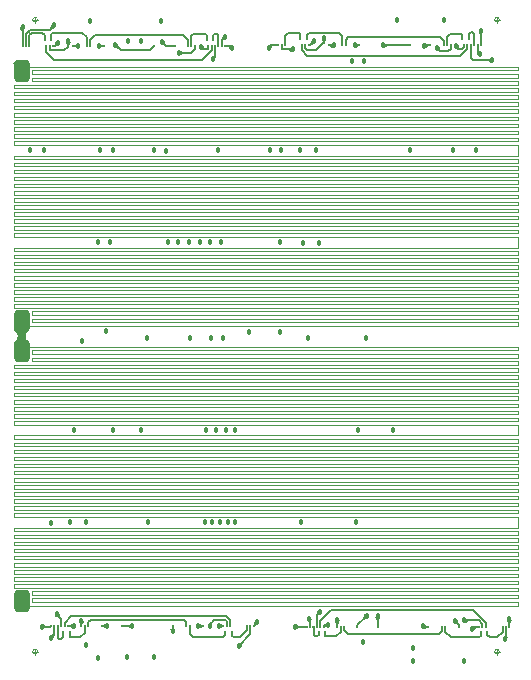
<source format=gbr>
%TF.GenerationSoftware,KiCad,Pcbnew,9.0.0*%
%TF.CreationDate,2025-05-12T15:29:59-04:00*%
%TF.ProjectId,design-files_TM,64657369-676e-42d6-9669-6c65735f544d,rev?*%
%TF.SameCoordinates,Original*%
%TF.FileFunction,Copper,L1,Top*%
%TF.FilePolarity,Positive*%
%FSLAX46Y46*%
G04 Gerber Fmt 4.6, Leading zero omitted, Abs format (unit mm)*
G04 Created by KiCad (PCBNEW 9.0.0) date 2025-05-12 15:29:59*
%MOMM*%
%LPD*%
G01*
G04 APERTURE LIST*
G04 Aperture macros list*
%AMRoundRect*
0 Rectangle with rounded corners*
0 $1 Rounding radius*
0 $2 $3 $4 $5 $6 $7 $8 $9 X,Y pos of 4 corners*
0 Add a 4 corners polygon primitive as box body*
4,1,4,$2,$3,$4,$5,$6,$7,$8,$9,$2,$3,0*
0 Add four circle primitives for the rounded corners*
1,1,$1+$1,$2,$3*
1,1,$1+$1,$4,$5*
1,1,$1+$1,$6,$7*
1,1,$1+$1,$8,$9*
0 Add four rect primitives between the rounded corners*
20,1,$1+$1,$2,$3,$4,$5,0*
20,1,$1+$1,$4,$5,$6,$7,0*
20,1,$1+$1,$6,$7,$8,$9,0*
20,1,$1+$1,$8,$9,$2,$3,0*%
G04 Aperture macros list end*
%TA.AperFunction,EtchedComponent*%
%ADD10C,0.070000*%
%TD*%
%TA.AperFunction,EtchedComponent*%
%ADD11C,0.120000*%
%TD*%
%TA.AperFunction,SMDPad,CuDef*%
%ADD12RoundRect,0.325000X0.325000X-0.625000X0.325000X0.625000X-0.325000X0.625000X-0.325000X-0.625000X0*%
%TD*%
%TA.AperFunction,SMDPad,CuDef*%
%ADD13R,0.127000X0.254000*%
%TD*%
%TA.AperFunction,ViaPad*%
%ADD14C,0.457300*%
%TD*%
%TA.AperFunction,Conductor*%
%ADD15C,0.127000*%
%TD*%
%TA.AperFunction,Conductor*%
%ADD16C,0.600000*%
%TD*%
G04 APERTURE END LIST*
D10*
%TO.C,REF\u002A\u002A*%
X41600000Y-1750000D02*
X41600000Y-2250000D01*
X41850000Y-2000000D02*
X41350000Y-2000000D01*
X41800000Y-2000000D02*
G75*
G02*
X41400000Y-2000000I-200000J0D01*
G01*
X41400000Y-2000000D02*
G75*
G02*
X41800000Y-2000000I200000J0D01*
G01*
X2500000Y-55250000D02*
X2500000Y-55750000D01*
X2750000Y-55500000D02*
X2250000Y-55500000D01*
X2700000Y-55500000D02*
G75*
G02*
X2300000Y-55500000I-200000J0D01*
G01*
X2300000Y-55500000D02*
G75*
G02*
X2700000Y-55500000I200000J0D01*
G01*
X41600000Y-55250000D02*
X41600000Y-55750000D01*
X41850000Y-55500000D02*
X41350000Y-55500000D01*
X41800000Y-55500000D02*
G75*
G02*
X41400000Y-55500000I-200000J0D01*
G01*
X41400000Y-55500000D02*
G75*
G02*
X41800000Y-55500000I200000J0D01*
G01*
D11*
%TO.C,R2*%
X700000Y-31195000D02*
X700000Y-31495000D01*
X700000Y-31195000D02*
X43400000Y-31195000D01*
X700000Y-31495000D02*
X43400000Y-31495000D01*
X700000Y-31795000D02*
X700000Y-32095000D01*
X700000Y-31795000D02*
X43400000Y-31795000D01*
X700000Y-32095000D02*
X43400000Y-32095000D01*
X700000Y-32395000D02*
X700000Y-32695000D01*
X700000Y-32395000D02*
X43400000Y-32395000D01*
X700000Y-32695000D02*
X43400000Y-32695000D01*
X700000Y-32995000D02*
X700000Y-33295000D01*
X700000Y-32995000D02*
X43400000Y-32995000D01*
X700000Y-33295000D02*
X43400000Y-33295000D01*
X700000Y-33595000D02*
X700000Y-33895000D01*
X700000Y-33595000D02*
X43400000Y-33595000D01*
X700000Y-33895000D02*
X43400000Y-33895000D01*
X700000Y-34195000D02*
X700000Y-34495000D01*
X700000Y-34195000D02*
X43400000Y-34195000D01*
X700000Y-34495000D02*
X43400000Y-34495000D01*
X700000Y-34795000D02*
X700000Y-35095000D01*
X700000Y-34795000D02*
X43400000Y-34795000D01*
X700000Y-35095000D02*
X43400000Y-35095000D01*
X700000Y-35395000D02*
X700000Y-35695000D01*
X700000Y-35395000D02*
X43400000Y-35395000D01*
X700000Y-35695000D02*
X43400000Y-35695000D01*
X700000Y-35995000D02*
X700000Y-36295000D01*
X700000Y-35995000D02*
X43400000Y-35995000D01*
X700000Y-36295000D02*
X43400000Y-36295000D01*
X700000Y-37195000D02*
X700000Y-37495000D01*
X700000Y-37195000D02*
X43400000Y-37195000D01*
X700000Y-37495000D02*
X43400000Y-37495000D01*
X700000Y-37795000D02*
X700000Y-38095000D01*
X700000Y-37795000D02*
X43400000Y-37795000D01*
X700000Y-38095000D02*
X43400000Y-38095000D01*
X700000Y-38395000D02*
X700000Y-38695000D01*
X700000Y-38395000D02*
X43400000Y-38395000D01*
X700000Y-38695000D02*
X43400000Y-38695000D01*
X700000Y-38995000D02*
X700000Y-39295000D01*
X700000Y-38995000D02*
X43400000Y-38995000D01*
X700000Y-39295000D02*
X43400000Y-39295000D01*
X700000Y-39595000D02*
X700000Y-39895000D01*
X700000Y-39595000D02*
X43400000Y-39595000D01*
X700000Y-39895000D02*
X43400000Y-39895000D01*
X700000Y-40195000D02*
X700000Y-40495000D01*
X700000Y-40195000D02*
X43400000Y-40195000D01*
X700000Y-40495000D02*
X43400000Y-40495000D01*
X700000Y-40795000D02*
X700000Y-41095000D01*
X700000Y-40795000D02*
X43400000Y-40795000D01*
X700000Y-41095000D02*
X43400000Y-41095000D01*
X700000Y-41395000D02*
X700000Y-41695000D01*
X700000Y-41395000D02*
X43400000Y-41395000D01*
X700000Y-41695000D02*
X43400000Y-41695000D01*
X700000Y-41995000D02*
X700000Y-42295000D01*
X700000Y-41995000D02*
X43400000Y-41995000D01*
X700000Y-42295000D02*
X43400000Y-42295000D01*
X700000Y-42595000D02*
X700000Y-42895000D01*
X700000Y-42595000D02*
X43400000Y-42595000D01*
X700000Y-42895000D02*
X43400000Y-42895000D01*
X700000Y-43195000D02*
X700000Y-43495000D01*
X700000Y-43195000D02*
X43400000Y-43195000D01*
X700000Y-43495000D02*
X43400000Y-43495000D01*
X700000Y-43795000D02*
X700000Y-44095000D01*
X700000Y-43795000D02*
X43400000Y-43795000D01*
X700000Y-44095000D02*
X43400000Y-44095000D01*
X700000Y-44995000D02*
X700000Y-45295000D01*
X700000Y-44995000D02*
X43400000Y-44995000D01*
X700000Y-45295000D02*
X43400000Y-45295000D01*
X700000Y-45595000D02*
X700000Y-45895000D01*
X700000Y-45595000D02*
X43400000Y-45595000D01*
X700000Y-45895000D02*
X43400000Y-45895000D01*
X700000Y-46195000D02*
X700000Y-46495000D01*
X700000Y-46195000D02*
X43400000Y-46195000D01*
X700000Y-46495000D02*
X43400000Y-46495000D01*
X700000Y-46795000D02*
X700000Y-47095000D01*
X700000Y-46795000D02*
X43400000Y-46795000D01*
X700000Y-47095000D02*
X43400000Y-47095000D01*
X700000Y-47395000D02*
X700000Y-47695000D01*
X700000Y-47395000D02*
X43400000Y-47395000D01*
X700000Y-47695000D02*
X43400000Y-47695000D01*
X700000Y-47995000D02*
X700000Y-48295000D01*
X700000Y-47995000D02*
X43400000Y-47995000D01*
X700000Y-48295000D02*
X43400000Y-48295000D01*
X700000Y-48595000D02*
X700000Y-48895000D01*
X700000Y-48595000D02*
X43400000Y-48595000D01*
X700000Y-48895000D02*
X43400000Y-48895000D01*
X700000Y-49195000D02*
X700000Y-49495000D01*
X700000Y-49195000D02*
X43400000Y-49195000D01*
X700000Y-49495000D02*
X43400000Y-49495000D01*
X700000Y-49795000D02*
X700000Y-50095000D01*
X700000Y-49795000D02*
X43400000Y-49795000D01*
X700000Y-50095000D02*
X43400000Y-50095000D01*
X1950000Y-51595000D02*
X43400000Y-51595000D01*
X2000000Y-29695000D02*
X43400000Y-29695000D01*
X2250000Y-29995000D02*
X2250000Y-30295000D01*
X2250000Y-29995000D02*
X43400000Y-29995000D01*
X2250000Y-30295000D02*
X43400000Y-30295000D01*
X2250000Y-30595000D02*
X2250000Y-30895000D01*
X2250000Y-30595000D02*
X43400000Y-30595000D01*
X2250000Y-30895000D02*
X43400000Y-30895000D01*
X2250000Y-50395000D02*
X2250000Y-50695000D01*
X2250000Y-50395000D02*
X43400000Y-50395000D01*
X2250000Y-50695000D02*
X43400000Y-50695000D01*
X2250000Y-50995000D02*
X2250000Y-51295000D01*
X2250000Y-50995000D02*
X43400000Y-50995000D01*
X2250000Y-51295000D02*
X43400000Y-51295000D01*
X43400000Y-29695000D02*
X43400000Y-29995000D01*
X43400000Y-30295000D02*
X43400000Y-30595000D01*
X43400000Y-30895000D02*
X43400000Y-31195000D01*
X43400000Y-31495000D02*
X43400000Y-31795000D01*
X43400000Y-32095000D02*
X43400000Y-32395000D01*
X43400000Y-32695000D02*
X43400000Y-32995000D01*
X43400000Y-33295000D02*
X43400000Y-33595000D01*
X43400000Y-33895000D02*
X43400000Y-34195000D01*
X43400000Y-34495000D02*
X43400000Y-34795000D01*
X43400000Y-35095000D02*
X43400000Y-35395000D01*
X43400000Y-35695000D02*
X43400000Y-35995000D01*
X43400000Y-36295000D02*
X43400000Y-36595000D01*
X43400000Y-36595000D02*
X43400000Y-36895000D01*
X43400000Y-36895000D02*
X43400000Y-37195000D01*
X43400000Y-37495000D02*
X43400000Y-37795000D01*
X43400000Y-38095000D02*
X43400000Y-38395000D01*
X43400000Y-38695000D02*
X43400000Y-38995000D01*
X43400000Y-39295000D02*
X43400000Y-39595000D01*
X43400000Y-39895000D02*
X43400000Y-40195000D01*
X43400000Y-40495000D02*
X43400000Y-40795000D01*
X43400000Y-41095000D02*
X43400000Y-41395000D01*
X43400000Y-41695000D02*
X43400000Y-41995000D01*
X43400000Y-42295000D02*
X43400000Y-42595000D01*
X43400000Y-42895000D02*
X43400000Y-43195000D01*
X43400000Y-43495000D02*
X43400000Y-43795000D01*
X43400000Y-44095000D02*
X43400000Y-44395000D01*
X43400000Y-44695000D02*
X43400000Y-44395000D01*
X43400000Y-44695000D02*
X43400000Y-44995000D01*
X43400000Y-45295000D02*
X43400000Y-45595000D01*
X43400000Y-45895000D02*
X43400000Y-46195000D01*
X43400000Y-46495000D02*
X43400000Y-46795000D01*
X43400000Y-47095000D02*
X43400000Y-47395000D01*
X43400000Y-47695000D02*
X43400000Y-47995000D01*
X43400000Y-48295000D02*
X43400000Y-48595000D01*
X43400000Y-48895000D02*
X43400000Y-49195000D01*
X43400000Y-49495000D02*
X43400000Y-49795000D01*
X43400000Y-50095000D02*
X43400000Y-50395000D01*
X43400000Y-50695000D02*
X43400000Y-50995000D01*
X43400000Y-51295000D02*
X43400000Y-51595000D01*
D10*
%TO.C,REF\u002A\u002A*%
X2500000Y-1750000D02*
X2500000Y-2250000D01*
X2750000Y-2000000D02*
X2250000Y-2000000D01*
X2700000Y-2000000D02*
G75*
G02*
X2300000Y-2000000I-200000J0D01*
G01*
X2300000Y-2000000D02*
G75*
G02*
X2700000Y-2000000I200000J0D01*
G01*
D11*
%TO.C,R1*%
X700000Y-7495000D02*
X700000Y-7795000D01*
X700000Y-7495000D02*
X43400000Y-7495000D01*
X700000Y-7795000D02*
X43400000Y-7795000D01*
X700000Y-8095000D02*
X700000Y-8395000D01*
X700000Y-8095000D02*
X43400000Y-8095000D01*
X700000Y-8395000D02*
X43400000Y-8395000D01*
X700000Y-8695000D02*
X700000Y-8995000D01*
X700000Y-8695000D02*
X43400000Y-8695000D01*
X700000Y-8995000D02*
X43400000Y-8995000D01*
X700000Y-9295000D02*
X700000Y-9595000D01*
X700000Y-9295000D02*
X43400000Y-9295000D01*
X700000Y-9595000D02*
X43400000Y-9595000D01*
X700000Y-9895000D02*
X700000Y-10195000D01*
X700000Y-9895000D02*
X43400000Y-9895000D01*
X700000Y-10195000D02*
X43400000Y-10195000D01*
X700000Y-10495000D02*
X700000Y-10795000D01*
X700000Y-10495000D02*
X43400000Y-10495000D01*
X700000Y-10795000D02*
X43400000Y-10795000D01*
X700000Y-11095000D02*
X700000Y-11395000D01*
X700000Y-11095000D02*
X43400000Y-11095000D01*
X700000Y-11395000D02*
X43400000Y-11395000D01*
X700000Y-11695000D02*
X700000Y-11995000D01*
X700000Y-11695000D02*
X43400000Y-11695000D01*
X700000Y-11995000D02*
X43400000Y-11995000D01*
X700000Y-12295000D02*
X700000Y-12595000D01*
X700000Y-12295000D02*
X43400000Y-12295000D01*
X700000Y-12595000D02*
X43400000Y-12595000D01*
X700000Y-13495000D02*
X700000Y-13795000D01*
X700000Y-13495000D02*
X43400000Y-13495000D01*
X700000Y-13795000D02*
X43400000Y-13795000D01*
X700000Y-14095000D02*
X700000Y-14395000D01*
X700000Y-14095000D02*
X43400000Y-14095000D01*
X700000Y-14395000D02*
X43400000Y-14395000D01*
X700000Y-14695000D02*
X700000Y-14995000D01*
X700000Y-14695000D02*
X43400000Y-14695000D01*
X700000Y-14995000D02*
X43400000Y-14995000D01*
X700000Y-15295000D02*
X700000Y-15595000D01*
X700000Y-15295000D02*
X43400000Y-15295000D01*
X700000Y-15595000D02*
X43400000Y-15595000D01*
X700000Y-15895000D02*
X700000Y-16195000D01*
X700000Y-15895000D02*
X43400000Y-15895000D01*
X700000Y-16195000D02*
X43400000Y-16195000D01*
X700000Y-16495000D02*
X700000Y-16795000D01*
X700000Y-16495000D02*
X43400000Y-16495000D01*
X700000Y-16795000D02*
X43400000Y-16795000D01*
X700000Y-17095000D02*
X700000Y-17395000D01*
X700000Y-17095000D02*
X43400000Y-17095000D01*
X700000Y-17395000D02*
X43400000Y-17395000D01*
X700000Y-17695000D02*
X700000Y-17995000D01*
X700000Y-17695000D02*
X43400000Y-17695000D01*
X700000Y-17995000D02*
X43400000Y-17995000D01*
X700000Y-18295000D02*
X700000Y-18595000D01*
X700000Y-18295000D02*
X43400000Y-18295000D01*
X700000Y-18595000D02*
X43400000Y-18595000D01*
X700000Y-18895000D02*
X700000Y-19195000D01*
X700000Y-18895000D02*
X43400000Y-18895000D01*
X700000Y-19195000D02*
X43400000Y-19195000D01*
X700000Y-19495000D02*
X700000Y-19795000D01*
X700000Y-19495000D02*
X43400000Y-19495000D01*
X700000Y-19795000D02*
X43400000Y-19795000D01*
X700000Y-20095000D02*
X700000Y-20395000D01*
X700000Y-20095000D02*
X43400000Y-20095000D01*
X700000Y-20395000D02*
X43400000Y-20395000D01*
X700000Y-21295000D02*
X700000Y-21595000D01*
X700000Y-21295000D02*
X43400000Y-21295000D01*
X700000Y-21595000D02*
X43400000Y-21595000D01*
X700000Y-21895000D02*
X700000Y-22195000D01*
X700000Y-21895000D02*
X43400000Y-21895000D01*
X700000Y-22195000D02*
X43400000Y-22195000D01*
X700000Y-22495000D02*
X700000Y-22795000D01*
X700000Y-22495000D02*
X43400000Y-22495000D01*
X700000Y-22795000D02*
X43400000Y-22795000D01*
X700000Y-23095000D02*
X700000Y-23395000D01*
X700000Y-23095000D02*
X43400000Y-23095000D01*
X700000Y-23395000D02*
X43400000Y-23395000D01*
X700000Y-23695000D02*
X700000Y-23995000D01*
X700000Y-23695000D02*
X43400000Y-23695000D01*
X700000Y-23995000D02*
X43400000Y-23995000D01*
X700000Y-24295000D02*
X700000Y-24595000D01*
X700000Y-24295000D02*
X43400000Y-24295000D01*
X700000Y-24595000D02*
X43400000Y-24595000D01*
X700000Y-24895000D02*
X700000Y-25195000D01*
X700000Y-24895000D02*
X43400000Y-24895000D01*
X700000Y-25195000D02*
X43400000Y-25195000D01*
X700000Y-25495000D02*
X700000Y-25795000D01*
X700000Y-25495000D02*
X43400000Y-25495000D01*
X700000Y-25795000D02*
X43400000Y-25795000D01*
X700000Y-26095000D02*
X700000Y-26395000D01*
X700000Y-26095000D02*
X43400000Y-26095000D01*
X700000Y-26395000D02*
X43400000Y-26395000D01*
X1950000Y-27895000D02*
X43400000Y-27895000D01*
X2000000Y-5995000D02*
X43400000Y-5995000D01*
X2250000Y-6295000D02*
X2250000Y-6595000D01*
X2250000Y-6295000D02*
X43400000Y-6295000D01*
X2250000Y-6595000D02*
X43400000Y-6595000D01*
X2250000Y-6895000D02*
X2250000Y-7195000D01*
X2250000Y-6895000D02*
X43400000Y-6895000D01*
X2250000Y-7195000D02*
X43400000Y-7195000D01*
X2250000Y-26695000D02*
X2250000Y-26995000D01*
X2250000Y-26695000D02*
X43400000Y-26695000D01*
X2250000Y-26995000D02*
X43400000Y-26995000D01*
X2250000Y-27295000D02*
X2250000Y-27595000D01*
X2250000Y-27295000D02*
X43400000Y-27295000D01*
X2250000Y-27595000D02*
X43400000Y-27595000D01*
X43400000Y-5995000D02*
X43400000Y-6295000D01*
X43400000Y-6595000D02*
X43400000Y-6895000D01*
X43400000Y-7195000D02*
X43400000Y-7495000D01*
X43400000Y-7795000D02*
X43400000Y-8095000D01*
X43400000Y-8395000D02*
X43400000Y-8695000D01*
X43400000Y-8995000D02*
X43400000Y-9295000D01*
X43400000Y-9595000D02*
X43400000Y-9895000D01*
X43400000Y-10195000D02*
X43400000Y-10495000D01*
X43400000Y-10795000D02*
X43400000Y-11095000D01*
X43400000Y-11395000D02*
X43400000Y-11695000D01*
X43400000Y-11995000D02*
X43400000Y-12295000D01*
X43400000Y-12595000D02*
X43400000Y-12895000D01*
X43400000Y-12895000D02*
X43400000Y-13195000D01*
X43400000Y-13195000D02*
X43400000Y-13495000D01*
X43400000Y-13795000D02*
X43400000Y-14095000D01*
X43400000Y-14395000D02*
X43400000Y-14695000D01*
X43400000Y-14995000D02*
X43400000Y-15295000D01*
X43400000Y-15595000D02*
X43400000Y-15895000D01*
X43400000Y-16195000D02*
X43400000Y-16495000D01*
X43400000Y-16795000D02*
X43400000Y-17095000D01*
X43400000Y-17395000D02*
X43400000Y-17695000D01*
X43400000Y-17995000D02*
X43400000Y-18295000D01*
X43400000Y-18595000D02*
X43400000Y-18895000D01*
X43400000Y-19195000D02*
X43400000Y-19495000D01*
X43400000Y-19795000D02*
X43400000Y-20095000D01*
X43400000Y-20395000D02*
X43400000Y-20695000D01*
X43400000Y-20995000D02*
X43400000Y-20695000D01*
X43400000Y-20995000D02*
X43400000Y-21295000D01*
X43400000Y-21595000D02*
X43400000Y-21895000D01*
X43400000Y-22195000D02*
X43400000Y-22495000D01*
X43400000Y-22795000D02*
X43400000Y-23095000D01*
X43400000Y-23395000D02*
X43400000Y-23695000D01*
X43400000Y-23995000D02*
X43400000Y-24295000D01*
X43400000Y-24595000D02*
X43400000Y-24895000D01*
X43400000Y-25195000D02*
X43400000Y-25495000D01*
X43400000Y-25795000D02*
X43400000Y-26095000D01*
X43400000Y-26395000D02*
X43400000Y-26695000D01*
X43400000Y-26995000D02*
X43400000Y-27295000D01*
X43400000Y-27595000D02*
X43400000Y-27895000D01*
%TD*%
D12*
%TO.P,R2,1*%
%TO.N,Net-(R1-Pad2)*%
X1350000Y-30045000D03*
%TO.P,R2,2*%
%TO.N,GND*%
X1350000Y-51245000D03*
%TD*%
D13*
%TO.P,U2,1,TP1*%
%TO.N,Net-(U2-TP1)*%
X25492000Y-53370000D03*
%TO.P,U2,3,ETROC_BL+*%
%TO.N,GND*%
X25778000Y-53370000D03*
%TO.P,U2,5,ETROC_BL-*%
%TO.N,Net-(U2-ETROC_BL-)*%
X26064000Y-53370000D03*
%TO.P,U2,7,TP2*%
%TO.N,Net-(U2-TP2)*%
X26350000Y-53370000D03*
%TO.P,U2,8,ETROC_TL+*%
%TO.N,Net-(U2-ETROC_BL-)*%
X26493000Y-53870000D03*
%TO.P,U2,9,ETROC_TL-*%
%TO.N,Net-(U2-ETROC_TL-)*%
X26636000Y-53370000D03*
%TO.P,U2,11,LGAD_BL+*%
%TO.N,GND*%
X26922000Y-53370000D03*
%TO.P,U2,12,LGAD_BL-*%
%TO.N,Net-(U2-LGAD_BL-)*%
X27065000Y-53870000D03*
%TO.P,U2,19,TP3*%
%TO.N,Net-(U2-TP3)*%
X28066000Y-53370000D03*
%TO.P,U2,21,LGAD_TL+*%
%TO.N,Net-(U2-LGAD_BL-)*%
X28352000Y-53370000D03*
%TO.P,U2,23,LGAD_TL-*%
%TO.N,Net-(U2-LGAD_TL-)*%
X28638000Y-53370000D03*
%TO.P,U2,31,TP4*%
%TO.N,Net-(U2-TP4)*%
X29782000Y-53370000D03*
%TO.P,U2,43,TP5*%
%TO.N,Net-(U2-TP5)*%
X31498000Y-53370000D03*
%TO.P,U2,73,TP6*%
%TO.N,Net-(U2-TP6)*%
X35788000Y-53370000D03*
%TO.P,U2,81,LGAD_TR+*%
%TO.N,Net-(U2-LGAD_TL-)*%
X36932000Y-53370000D03*
%TO.P,U2,83,LGAD_TR-*%
%TO.N,Net-(U2-LGAD_BR+)*%
X37218000Y-53370000D03*
%TO.P,U2,91,TP7*%
%TO.N,Net-(U2-TP7)*%
X38362000Y-53370000D03*
%TO.P,U2,103,TP8*%
%TO.N,Net-(U2-TP8)*%
X40078000Y-53370000D03*
%TO.P,U2,104,LGAD_BR+*%
%TO.N,Net-(U2-LGAD_BR+)*%
X40221000Y-53870000D03*
%TO.P,U2,105,LGAD_BR-*%
%TO.N,/LGAD2*%
X40364000Y-53370000D03*
%TO.P,U2,107,ETROC_TR+*%
%TO.N,Net-(U2-ETROC_TL-)*%
X40650000Y-53370000D03*
%TO.P,U2,108,ETROC_TR-*%
%TO.N,Net-(U2-ETROC_BR+)*%
X40793000Y-53870000D03*
%TO.P,U2,117,ETROC_BR+*%
X42080000Y-53370000D03*
%TO.P,U2,119,ETROC_BR-*%
%TO.N,/ETROC2*%
X42366000Y-53370000D03*
%TO.P,U2,121,TP9*%
%TO.N,Net-(U2-TP9)*%
X42652000Y-53370000D03*
%TD*%
%TO.P,U1,1,TP1*%
%TO.N,Net-(U1-TP1)*%
X3847000Y-53320000D03*
%TO.P,U1,3,ETROC_BL+*%
%TO.N,GND*%
X4133000Y-53320000D03*
%TO.P,U1,5,ETROC_BL-*%
%TO.N,Net-(U1-ETROC_BL-)*%
X4419000Y-53320000D03*
%TO.P,U1,7,TP2*%
%TO.N,Net-(U1-TP2)*%
X4705000Y-53320000D03*
%TO.P,U1,8,ETROC_TL+*%
%TO.N,Net-(U1-ETROC_BL-)*%
X4848000Y-53820000D03*
%TO.P,U1,9,ETROC_TL-*%
%TO.N,Net-(U1-ETROC_TL-)*%
X4991000Y-53320000D03*
%TO.P,U1,11,LGAD_BL+*%
%TO.N,GND*%
X5277000Y-53320000D03*
%TO.P,U1,12,LGAD_BL-*%
%TO.N,Net-(U1-LGAD_BL-)*%
X5420000Y-53820000D03*
%TO.P,U1,19,TP3*%
%TO.N,Net-(U1-TP3)*%
X6421000Y-53320000D03*
%TO.P,U1,21,LGAD_TL+*%
%TO.N,Net-(U1-LGAD_BL-)*%
X6707000Y-53320000D03*
%TO.P,U1,23,LGAD_TL-*%
%TO.N,Net-(U1-LGAD_TL-)*%
X6993000Y-53320000D03*
%TO.P,U1,31,TP4*%
%TO.N,Net-(U1-TP4)*%
X8137000Y-53320000D03*
%TO.P,U1,43,TP5*%
%TO.N,Net-(U1-TP5)*%
X9853000Y-53320000D03*
%TO.P,U1,73,TP6*%
%TO.N,Net-(U1-TP6)*%
X14143000Y-53320000D03*
%TO.P,U1,81,LGAD_TR+*%
%TO.N,Net-(U1-LGAD_TL-)*%
X15287000Y-53320000D03*
%TO.P,U1,83,LGAD_TR-*%
%TO.N,Net-(U1-LGAD_BR+)*%
X15573000Y-53320000D03*
%TO.P,U1,91,TP7*%
%TO.N,Net-(U1-TP7)*%
X16717000Y-53320000D03*
%TO.P,U1,103,TP8*%
%TO.N,Net-(U1-TP8)*%
X18433000Y-53320000D03*
%TO.P,U1,104,LGAD_BR+*%
%TO.N,Net-(U1-LGAD_BR+)*%
X18576000Y-53820000D03*
%TO.P,U1,105,LGAD_BR-*%
%TO.N,/LGAD1*%
X18719000Y-53320000D03*
%TO.P,U1,107,ETROC_TR+*%
%TO.N,Net-(U1-ETROC_TL-)*%
X19005000Y-53320000D03*
%TO.P,U1,108,ETROC_TR-*%
%TO.N,Net-(U1-ETROC_BR+)*%
X19148000Y-53820000D03*
%TO.P,U1,117,ETROC_BR+*%
X20435000Y-53320000D03*
%TO.P,U1,119,ETROC_BR-*%
%TO.N,/ETROC1*%
X20721000Y-53320000D03*
%TO.P,U1,121,TP9*%
%TO.N,Net-(U1-TP9)*%
X21007000Y-53320000D03*
%TD*%
%TO.P,U4,1,TP1*%
%TO.N,Net-(U4-TP1)*%
X40241329Y-4168127D03*
%TO.P,U4,3,ETROC_BL+*%
%TO.N,GND*%
X39955329Y-4168127D03*
%TO.P,U4,5,ETROC_BL-*%
%TO.N,Net-(U4-ETROC_BL-)*%
X39669329Y-4168127D03*
%TO.P,U4,7,TP2*%
%TO.N,Net-(U4-TP2)*%
X39383329Y-4168127D03*
%TO.P,U4,8,ETROC_TL+*%
%TO.N,Net-(U4-ETROC_BL-)*%
X39240329Y-3668127D03*
%TO.P,U4,9,ETROC_TL-*%
%TO.N,Net-(U4-ETROC_TL-)*%
X39097329Y-4168127D03*
%TO.P,U4,11,LGAD_BL+*%
%TO.N,GND*%
X38811329Y-4168127D03*
%TO.P,U4,12,LGAD_BL-*%
%TO.N,Net-(U4-LGAD_BL-)*%
X38668329Y-3668127D03*
%TO.P,U4,19,TP3*%
%TO.N,Net-(U4-TP3)*%
X37667329Y-4168127D03*
%TO.P,U4,21,LGAD_TL+*%
%TO.N,Net-(U4-LGAD_BL-)*%
X37381329Y-4168127D03*
%TO.P,U4,23,LGAD_TL-*%
%TO.N,Net-(U4-LGAD_TL-)*%
X37095329Y-4168127D03*
%TO.P,U4,31,TP4*%
%TO.N,Net-(U4-TP4)*%
X35951329Y-4168127D03*
%TO.P,U4,43,TP5*%
%TO.N,Net-(U4-TP5)*%
X34235329Y-4168127D03*
%TO.P,U4,73,TP6*%
%TO.N,Net-(U4-TP6)*%
X29945329Y-4168127D03*
%TO.P,U4,81,LGAD_TR+*%
%TO.N,Net-(U4-LGAD_TL-)*%
X28801329Y-4168127D03*
%TO.P,U4,83,LGAD_TR-*%
%TO.N,Net-(U4-LGAD_BR+)*%
X28515329Y-4168127D03*
%TO.P,U4,91,TP7*%
%TO.N,Net-(U4-TP7)*%
X27371329Y-4168127D03*
%TO.P,U4,103,TP8*%
%TO.N,Net-(U4-TP8)*%
X25655329Y-4168127D03*
%TO.P,U4,104,LGAD_BR+*%
%TO.N,Net-(U4-LGAD_BR+)*%
X25512329Y-3668127D03*
%TO.P,U4,105,LGAD_BR-*%
%TO.N,/LGAD4*%
X25369329Y-4168127D03*
%TO.P,U4,107,ETROC_TR+*%
%TO.N,Net-(U4-ETROC_TL-)*%
X25083329Y-4168127D03*
%TO.P,U4,108,ETROC_TR-*%
%TO.N,Net-(U4-ETROC_BR+)*%
X24940329Y-3668127D03*
%TO.P,U4,117,ETROC_BR+*%
X23653329Y-4168127D03*
%TO.P,U4,119,ETROC_BR-*%
%TO.N,/ETROC4*%
X23367329Y-4168127D03*
%TO.P,U4,121,TP9*%
%TO.N,Net-(U4-TP9)*%
X23081329Y-4168127D03*
%TD*%
%TO.P,U3,1,TP1*%
%TO.N,Net-(U3-TP1)*%
X18591329Y-4198127D03*
%TO.P,U3,3,ETROC_BL+*%
%TO.N,GND*%
X18305329Y-4198127D03*
%TO.P,U3,5,ETROC_BL-*%
%TO.N,Net-(U3-ETROC_BL-)*%
X18019329Y-4198127D03*
%TO.P,U3,7,TP2*%
%TO.N,Net-(U3-TP2)*%
X17733329Y-4198127D03*
%TO.P,U3,8,ETROC_TL+*%
%TO.N,Net-(U3-ETROC_BL-)*%
X17590329Y-3698127D03*
%TO.P,U3,9,ETROC_TL-*%
%TO.N,Net-(U3-ETROC_TL-)*%
X17447329Y-4198127D03*
%TO.P,U3,11,LGAD_BL+*%
%TO.N,GND*%
X17161329Y-4198127D03*
%TO.P,U3,12,LGAD_BL-*%
%TO.N,Net-(U3-LGAD_BL-)*%
X17018329Y-3698127D03*
%TO.P,U3,19,TP3*%
%TO.N,Net-(U3-TP3)*%
X16017329Y-4198127D03*
%TO.P,U3,21,LGAD_TL+*%
%TO.N,Net-(U3-LGAD_BL-)*%
X15731329Y-4198127D03*
%TO.P,U3,23,LGAD_TL-*%
%TO.N,Net-(U3-LGAD_TL-)*%
X15445329Y-4198127D03*
%TO.P,U3,31,TP4*%
%TO.N,Net-(U3-TP4)*%
X14301329Y-4198127D03*
%TO.P,U3,43,TP5*%
%TO.N,Net-(U3-TP5)*%
X12585329Y-4198127D03*
%TO.P,U3,73,TP6*%
%TO.N,Net-(U3-TP6)*%
X8295329Y-4198127D03*
%TO.P,U3,81,LGAD_TR+*%
%TO.N,Net-(U3-LGAD_TL-)*%
X7151329Y-4198127D03*
%TO.P,U3,83,LGAD_TR-*%
%TO.N,Net-(U3-LGAD_BR+)*%
X6865329Y-4198127D03*
%TO.P,U3,91,TP7*%
%TO.N,Net-(U3-TP7)*%
X5721329Y-4198127D03*
%TO.P,U3,103,TP8*%
%TO.N,Net-(U3-TP8)*%
X4005329Y-4198127D03*
%TO.P,U3,104,LGAD_BR+*%
%TO.N,Net-(U3-LGAD_BR+)*%
X3862329Y-3698127D03*
%TO.P,U3,105,LGAD_BR-*%
%TO.N,/LGAD3*%
X3719329Y-4198127D03*
%TO.P,U3,107,ETROC_TR+*%
%TO.N,Net-(U3-ETROC_TL-)*%
X3433329Y-4198127D03*
%TO.P,U3,108,ETROC_TR-*%
%TO.N,Net-(U3-ETROC_BR+)*%
X3290329Y-3698127D03*
%TO.P,U3,117,ETROC_BR+*%
X2003329Y-4198127D03*
%TO.P,U3,119,ETROC_BR-*%
%TO.N,/ETROC3*%
X1717329Y-4198127D03*
%TO.P,U3,121,TP9*%
%TO.N,Net-(U3-TP9)*%
X1431329Y-4198127D03*
%TD*%
D12*
%TO.P,R1,1*%
%TO.N,VCC*%
X1350000Y-6345000D03*
%TO.P,R1,2*%
%TO.N,Net-(R1-Pad2)*%
X1350000Y-27545000D03*
%TD*%
D14*
%TO.N,+5V*%
X13190000Y-2100000D03*
X18640000Y-36750000D03*
X25180000Y-20879350D03*
X37130000Y-2000000D03*
X15570000Y-28970000D03*
X12560000Y-55970000D03*
X16960000Y-36750000D03*
X17820000Y-36740000D03*
X37860000Y-13050000D03*
X7965000Y-13055000D03*
X38800000Y-56300000D03*
X9070000Y-36740000D03*
X11470000Y-36750000D03*
X3800000Y-44570000D03*
X7800000Y-56000000D03*
X19460000Y-36740000D03*
X7130000Y-2090000D03*
X23340000Y-13040000D03*
X34500000Y-56300000D03*
X12010000Y-28980000D03*
X33110000Y-2010000D03*
%TO.N,/~{RESET}*%
X17350000Y-28920000D03*
X8850000Y-20840000D03*
%TO.N,VCC*%
X1037329Y-5752873D03*
X1682329Y-5752873D03*
X1000000Y-6950000D03*
X1700000Y-6950000D03*
%TO.N,/DOUT*%
X29860000Y-36740000D03*
X12070000Y-44550000D03*
X30380000Y-5510000D03*
X30480000Y-28950000D03*
X13570000Y-13070000D03*
X23240000Y-28430000D03*
%TO.N,/DIN*%
X18420000Y-28920000D03*
X12590000Y-13040000D03*
%TO.N,/CLK*%
X32790000Y-36760000D03*
X25640000Y-28910000D03*
X7810000Y-20840000D03*
X6790000Y-44550000D03*
X34220000Y-13010650D03*
X24970000Y-44560000D03*
%TO.N,GND*%
X3830000Y-54330000D03*
X20574000Y-28450000D03*
X3270000Y-13050000D03*
X16550000Y-4300000D03*
X1000000Y-51800000D03*
X39820000Y-13010650D03*
X1650000Y-50700000D03*
X38150000Y-4250000D03*
X25700000Y-52700000D03*
X17490000Y-44540000D03*
X16860000Y-44550000D03*
X2090000Y-13050000D03*
X18790000Y-44540000D03*
X27290000Y-53270000D03*
X23240000Y-20830000D03*
X8460000Y-28390000D03*
X1000000Y-50700000D03*
X9130000Y-13050000D03*
X19420000Y-44550000D03*
X5810000Y-36770000D03*
X40150000Y-4900000D03*
X5770000Y-53330000D03*
X6430000Y-29200000D03*
X1650000Y-51800000D03*
X18560000Y-3500000D03*
X17950000Y-13050000D03*
X22360000Y-13050000D03*
X18150000Y-44540000D03*
%TO.N,/LGAD1*%
X15520000Y-20840000D03*
X17270000Y-53330000D03*
X6800000Y-54900000D03*
%TO.N,/ETROC1*%
X10300000Y-55920000D03*
X19750000Y-55000000D03*
X16420000Y-20840000D03*
%TO.N,/CS_T1*%
X29360000Y-5470000D03*
X26520000Y-20879350D03*
%TO.N,/CS_T3*%
X5470000Y-44550000D03*
X29690000Y-44530000D03*
%TO.N,/LGAD2*%
X38840000Y-52860000D03*
X30250000Y-54710000D03*
X17320000Y-20840000D03*
%TO.N,/ETROC2*%
X18220000Y-20850000D03*
X34500000Y-55200000D03*
X42300000Y-54400000D03*
%TO.N,/LGAD3*%
X13720000Y-20840000D03*
X5290000Y-3800000D03*
X10370000Y-3820000D03*
%TO.N,/ETROC3*%
X4080000Y-2480000D03*
X11480000Y-3830000D03*
X14620000Y-20850000D03*
%TO.N,/LGAD4*%
X26310000Y-13050000D03*
X26970000Y-3580000D03*
%TO.N,/ETROC4*%
X24960000Y-13050000D03*
X24321000Y-4509000D03*
%TO.N,Net-(U1-TP1)*%
X3050000Y-53370000D03*
%TO.N,Net-(U1-TP2)*%
X4340000Y-52330000D03*
%TO.N,Net-(U1-TP3)*%
X6410000Y-52879150D03*
%TO.N,Net-(U1-TP4)*%
X8580000Y-53330000D03*
%TO.N,Net-(U1-TP5)*%
X10700000Y-53310000D03*
%TO.N,Net-(U1-TP6)*%
X14140000Y-53750000D03*
%TO.N,Net-(U1-TP7)*%
X16280000Y-53340000D03*
%TO.N,Net-(U1-TP8)*%
X18070000Y-53320000D03*
%TO.N,Net-(U1-TP9)*%
X21280000Y-53030000D03*
%TO.N,Net-(U2-TP1)*%
X24490000Y-53370000D03*
%TO.N,Net-(U2-TP2)*%
X26630000Y-52110000D03*
%TO.N,Net-(U2-TP3)*%
X28050000Y-52800000D03*
%TO.N,Net-(U2-TP4)*%
X30570000Y-52440000D03*
%TO.N,Net-(U2-TP5)*%
X31510000Y-52500000D03*
%TO.N,Net-(U2-TP6)*%
X35350000Y-53360000D03*
%TO.N,Net-(U2-TP7)*%
X38030000Y-52880000D03*
%TO.N,Net-(U2-TP8)*%
X39520000Y-53540000D03*
%TO.N,Net-(U2-TP9)*%
X42630000Y-52740000D03*
%TO.N,Net-(U3-TP1)*%
X19180000Y-4370000D03*
%TO.N,Net-(U3-TP2)*%
X17520000Y-5350000D03*
%TO.N,Net-(U3-TP3)*%
X14670000Y-4800000D03*
%TO.N,Net-(U3-TP4)*%
X13230000Y-3860000D03*
%TO.N,Net-(U3-TP5)*%
X9300000Y-4130000D03*
%TO.N,Net-(U3-TP6)*%
X7900000Y-4200000D03*
%TO.N,Net-(U3-TP7)*%
X6140000Y-4200000D03*
%TO.N,Net-(U3-TP8)*%
X4410000Y-3990000D03*
%TO.N,Net-(U3-TP9)*%
X1440000Y-2590000D03*
%TO.N,Net-(U4-TP1)*%
X40270000Y-2920000D03*
%TO.N,Net-(U4-TP2)*%
X41210000Y-5440000D03*
%TO.N,Net-(U4-TP3)*%
X36540000Y-4360000D03*
%TO.N,Net-(U4-TP4)*%
X35450000Y-4180000D03*
%TO.N,Net-(U4-TP5)*%
X31950000Y-4160000D03*
%TO.N,Net-(U4-TP6)*%
X29560000Y-4170000D03*
%TO.N,Net-(U4-TP7)*%
X27810000Y-4170000D03*
%TO.N,Net-(U4-TP8)*%
X26130000Y-3810000D03*
%TO.N,Net-(U4-TP9)*%
X22260000Y-4370000D03*
%TD*%
D15*
%TO.N,VCC*%
X697500Y-5695000D02*
X850000Y-5847500D01*
X1431329Y-6018671D02*
X1431329Y-6263671D01*
X1431329Y-6263671D02*
X1350000Y-6345000D01*
%TO.N,GND*%
X17161329Y-4500000D02*
X16750000Y-4500000D01*
X25779671Y-53331873D02*
X25779671Y-52779671D01*
X5275544Y-53330000D02*
X5273671Y-53331873D01*
X26985544Y-53270000D02*
X26923671Y-53331873D01*
X17161329Y-4168127D02*
X17161329Y-4500000D01*
X18305329Y-3754671D02*
X18560000Y-3500000D01*
X39955329Y-4705329D02*
X40150000Y-4900000D01*
X39955329Y-4168127D02*
X39955329Y-4705329D01*
X4129671Y-53331873D02*
X4129671Y-54030329D01*
X25779671Y-52779671D02*
X25700000Y-52700000D01*
X5770000Y-53330000D02*
X5275544Y-53330000D01*
X38650000Y-4500000D02*
X38400000Y-4500000D01*
X18305329Y-4198127D02*
X18305329Y-3754671D01*
X16750000Y-4500000D02*
X16550000Y-4300000D01*
X38811329Y-4168127D02*
X38811329Y-4338671D01*
X16550000Y-4300000D02*
X16500000Y-4250000D01*
X38811329Y-4338671D02*
X38650000Y-4500000D01*
X4129671Y-54030329D02*
X3830000Y-54330000D01*
X38400000Y-4500000D02*
X38150000Y-4250000D01*
X27290000Y-53270000D02*
X26985544Y-53270000D01*
%TO.N,/LGAD1*%
X17270000Y-53210000D02*
X17680000Y-52800000D01*
X17680000Y-52800000D02*
X18600000Y-52800000D01*
X18600000Y-52800000D02*
X18715671Y-52915671D01*
X17270000Y-53330000D02*
X17270000Y-53210000D01*
X18715671Y-52915671D02*
X18715671Y-53331873D01*
%TO.N,/ETROC1*%
X20717671Y-54032329D02*
X20717671Y-53331873D01*
X19750000Y-55000000D02*
X20717671Y-54032329D01*
%TO.N,Net-(U1-ETROC_BL-)*%
X4844671Y-54255329D02*
X4844671Y-53831873D01*
X4500000Y-54400000D02*
X4700000Y-54400000D01*
X4415671Y-54315671D02*
X4500000Y-54400000D01*
X4415671Y-53331873D02*
X4415671Y-54315671D01*
X4700000Y-54400000D02*
X4844671Y-54255329D01*
%TO.N,Net-(U1-ETROC_TL-)*%
X18660000Y-52460000D02*
X5560000Y-52460000D01*
X5560000Y-52460000D02*
X4987671Y-53032329D01*
X19001671Y-53331873D02*
X19001671Y-52801671D01*
X4987671Y-53032329D02*
X4987671Y-53331873D01*
X19001671Y-52801671D02*
X18660000Y-52460000D01*
%TO.N,Net-(U1-LGAD_BL-)*%
X5416671Y-54216671D02*
X5500000Y-54300000D01*
X6300000Y-54300000D02*
X6703671Y-53896329D01*
X5416671Y-53831873D02*
X5416671Y-54216671D01*
X5500000Y-54300000D02*
X6300000Y-54300000D01*
X6703671Y-53896329D02*
X6703671Y-53331873D01*
%TO.N,Net-(U1-LGAD_TL-)*%
X6989671Y-53010329D02*
X7200000Y-52800000D01*
X7200000Y-52800000D02*
X15100000Y-52800000D01*
X15283671Y-52983671D02*
X15283671Y-53331873D01*
X15100000Y-52800000D02*
X15283671Y-52983671D01*
X6989671Y-53331873D02*
X6989671Y-53010329D01*
%TO.N,Net-(U1-LGAD_BR+)*%
X15569671Y-53969671D02*
X15900000Y-54300000D01*
X15569671Y-53331873D02*
X15569671Y-53969671D01*
X18400000Y-54300000D02*
X18572671Y-54127329D01*
X15900000Y-54300000D02*
X18400000Y-54300000D01*
X18572671Y-54127329D02*
X18572671Y-53831873D01*
%TO.N,Net-(U1-ETROC_BR+)*%
X19144671Y-54144671D02*
X19300000Y-54300000D01*
X19300000Y-54300000D02*
X19800000Y-54300000D01*
X19144671Y-53831873D02*
X19144671Y-54144671D01*
X19800000Y-54300000D02*
X20431671Y-53668329D01*
X20431671Y-53668329D02*
X20431671Y-53331873D01*
D16*
%TO.N,Net-(R1-Pad2)*%
X1350000Y-27545000D02*
X1350000Y-30045000D01*
D15*
%TO.N,Net-(U2-ETROC_BL-)*%
X26200000Y-54200000D02*
X26065671Y-54065671D01*
X26400000Y-54200000D02*
X26200000Y-54200000D01*
X26065671Y-54065671D02*
X26065671Y-53331873D01*
X26494671Y-53831873D02*
X26494671Y-54105329D01*
X26494671Y-54105329D02*
X26400000Y-54200000D01*
%TO.N,Net-(U2-ETROC_TL-)*%
X40651671Y-53331873D02*
X40651671Y-53046373D01*
X27550000Y-51950000D02*
X26637671Y-52862329D01*
X39555298Y-51950000D02*
X27550000Y-51950000D01*
X40651671Y-53046373D02*
X39555298Y-51950000D01*
X26637671Y-52862329D02*
X26637671Y-53331873D01*
%TO.N,Net-(U2-LGAD_BL-)*%
X27066671Y-54166671D02*
X27100000Y-54200000D01*
X27066671Y-53831873D02*
X27066671Y-54166671D01*
X28353671Y-53846329D02*
X28353671Y-53331873D01*
X27100000Y-54200000D02*
X28000000Y-54200000D01*
X28000000Y-54200000D02*
X28353671Y-53846329D01*
%TO.N,Net-(U2-LGAD_TL-)*%
X36933671Y-53766329D02*
X36933671Y-53331873D01*
X28639671Y-53639671D02*
X29000000Y-54000000D01*
X28639671Y-53331873D02*
X28639671Y-53639671D01*
X36700000Y-54000000D02*
X36933671Y-53766329D01*
X29000000Y-54000000D02*
X36700000Y-54000000D01*
%TO.N,Net-(U2-LGAD_BR+)*%
X37219671Y-53819671D02*
X37700000Y-54300000D01*
X37700000Y-54300000D02*
X40100000Y-54300000D01*
X40222671Y-54177329D02*
X40222671Y-53831873D01*
X40100000Y-54300000D02*
X40222671Y-54177329D01*
X37219671Y-53331873D02*
X37219671Y-53819671D01*
%TO.N,/LGAD2*%
X40053501Y-52853501D02*
X40365671Y-53165671D01*
X38840000Y-52860000D02*
X38846499Y-52853501D01*
X38846499Y-52853501D02*
X40053501Y-52853501D01*
X40365671Y-53165671D02*
X40365671Y-53331873D01*
%TO.N,/ETROC2*%
X42367671Y-54332329D02*
X42367671Y-53331873D01*
X42300000Y-54400000D02*
X42367671Y-54332329D01*
%TO.N,Net-(U2-ETROC_BR+)*%
X42081671Y-53818329D02*
X42081671Y-53331873D01*
X41600000Y-54300000D02*
X42081671Y-53818329D01*
X41000000Y-54300000D02*
X41600000Y-54300000D01*
X40794671Y-53831873D02*
X40794671Y-54094671D01*
X40794671Y-54094671D02*
X41000000Y-54300000D01*
%TO.N,Net-(U3-ETROC_BL-)*%
X17700000Y-3200000D02*
X17590329Y-3309671D01*
X18019329Y-3319329D02*
X17900000Y-3200000D01*
X18019329Y-4168127D02*
X18019329Y-3319329D01*
X17590329Y-3309671D02*
X17590329Y-3668127D01*
X17700000Y-3200000D02*
X17900000Y-3200000D01*
%TO.N,Net-(U3-ETROC_TL-)*%
X17447329Y-4168127D02*
X17447329Y-4572505D01*
X16629834Y-5390000D02*
X4090000Y-5390000D01*
X4090000Y-5390000D02*
X3433329Y-4733329D01*
X3433329Y-4733329D02*
X3433329Y-4168127D01*
X17447329Y-4572505D02*
X16629834Y-5390000D01*
%TO.N,Net-(U3-LGAD_BL-)*%
X15900000Y-3200000D02*
X15731329Y-3368671D01*
X15731329Y-3368671D02*
X15731329Y-4168127D01*
X17018329Y-3668127D02*
X17018329Y-3318329D01*
X16900000Y-3200000D02*
X15900000Y-3200000D01*
X17018329Y-3318329D02*
X16900000Y-3200000D01*
%TO.N,/LGAD3*%
X3719329Y-4519329D02*
X3800000Y-4600000D01*
X4970000Y-4600000D02*
X5290000Y-4280000D01*
X3719329Y-4168127D02*
X3719329Y-4519329D01*
X5290000Y-4280000D02*
X5290000Y-3800000D01*
X3800000Y-4600000D02*
X4970000Y-4600000D01*
%TO.N,/ETROC3*%
X2305625Y-2845001D02*
X2094376Y-2845000D01*
X1717329Y-4168127D02*
X1717329Y-3222047D01*
X3715000Y-2845000D02*
X4080000Y-2480000D01*
X3110000Y-2845000D02*
X3715000Y-2845000D01*
X1945000Y-2994376D02*
X1897705Y-3041671D01*
X1748330Y-3191046D02*
X1897705Y-3041671D01*
X2994375Y-2845001D02*
X2305625Y-2845001D01*
X1717329Y-3222047D02*
X2094376Y-2845000D01*
X2094376Y-2845000D02*
X2094375Y-2845001D01*
X2094375Y-2845001D02*
X1945000Y-2994376D01*
X3110000Y-2845000D02*
X2994375Y-2845001D01*
X1897705Y-3041671D02*
X1748329Y-3191047D01*
%TO.N,Net-(U3-LGAD_TL-)*%
X15000000Y-3300000D02*
X7600000Y-3300000D01*
X7600000Y-3300000D02*
X7151329Y-3748671D01*
X7151329Y-3748671D02*
X7151329Y-4168127D01*
X15445329Y-4168127D02*
X15445329Y-3745329D01*
X15445329Y-3745329D02*
X15000000Y-3300000D01*
%TO.N,Net-(U3-LGAD_BR+)*%
X6500000Y-3100000D02*
X4000000Y-3100000D01*
X6865329Y-4168127D02*
X6865329Y-3465329D01*
X6865329Y-3465329D02*
X6500000Y-3100000D01*
X4000000Y-3100000D02*
X3862329Y-3237671D01*
X3862329Y-3237671D02*
X3862329Y-3668127D01*
%TO.N,Net-(U3-ETROC_BR+)*%
X3290329Y-3290329D02*
X3100000Y-3100000D01*
X3290329Y-3668127D02*
X3290329Y-3290329D01*
X2003329Y-3296671D02*
X2003329Y-4168127D01*
X2200000Y-3100000D02*
X2003329Y-3296671D01*
X3100000Y-3100000D02*
X2200000Y-3100000D01*
%TO.N,Net-(U4-ETROC_BL-)*%
X39375000Y-3075000D02*
X39525000Y-3075000D01*
X39240329Y-3209671D02*
X39375000Y-3075000D01*
X39669329Y-3219329D02*
X39669329Y-4168127D01*
X39525000Y-3075000D02*
X39669329Y-3219329D01*
X39240329Y-3668127D02*
X39240329Y-3209671D01*
%TO.N,/LGAD4*%
X26970000Y-3920000D02*
X26290000Y-4600000D01*
X25369329Y-4419329D02*
X25369329Y-4168127D01*
X26970000Y-3580000D02*
X26970000Y-3920000D01*
X25550000Y-4600000D02*
X25369329Y-4419329D01*
X26290000Y-4600000D02*
X25550000Y-4600000D01*
%TO.N,/ETROC4*%
X24321000Y-4509000D02*
X23422702Y-4509000D01*
X23367329Y-4453627D02*
X23367329Y-4168127D01*
X23422702Y-4509000D02*
X23367329Y-4453627D01*
%TO.N,Net-(U4-ETROC_TL-)*%
X39097329Y-4453627D02*
X38510956Y-5040000D01*
X38510956Y-5040000D02*
X25540000Y-5040000D01*
X25083329Y-4583329D02*
X25083329Y-4168127D01*
X39097329Y-4168127D02*
X39097329Y-4453627D01*
X25540000Y-5040000D02*
X25083329Y-4583329D01*
%TO.N,Net-(U4-LGAD_BL-)*%
X38600000Y-3200000D02*
X37600000Y-3200000D01*
X38668329Y-3668127D02*
X38668329Y-3268329D01*
X38668329Y-3268329D02*
X38600000Y-3200000D01*
X37600000Y-3200000D02*
X37381329Y-3418671D01*
X37381329Y-3418671D02*
X37381329Y-4168127D01*
%TO.N,Net-(U4-LGAD_TL-)*%
X29000000Y-3500000D02*
X28801329Y-3698671D01*
X36800000Y-3500000D02*
X29000000Y-3500000D01*
X37095329Y-3795329D02*
X36800000Y-3500000D01*
X28801329Y-3698671D02*
X28801329Y-4168127D01*
X37095329Y-4168127D02*
X37095329Y-3795329D01*
%TO.N,Net-(U4-LGAD_BR+)*%
X28515329Y-3415329D02*
X28200000Y-3100000D01*
X25512329Y-3287671D02*
X25512329Y-3668127D01*
X28515329Y-4168127D02*
X28515329Y-3415329D01*
X28200000Y-3100000D02*
X25700000Y-3100000D01*
X25700000Y-3100000D02*
X25512329Y-3287671D01*
%TO.N,Net-(U4-ETROC_BR+)*%
X24940329Y-3668127D02*
X24940329Y-3240329D01*
X23653329Y-3346671D02*
X23653329Y-4168127D01*
X24800000Y-3100000D02*
X23900000Y-3100000D01*
X23900000Y-3100000D02*
X23653329Y-3346671D01*
X24940329Y-3240329D02*
X24800000Y-3100000D01*
%TO.N,Net-(U1-TP1)*%
X3797000Y-53370000D02*
X3847000Y-53320000D01*
X3050000Y-53370000D02*
X3797000Y-53370000D01*
%TO.N,Net-(U1-TP2)*%
X4705000Y-52695000D02*
X4340000Y-52330000D01*
X4705000Y-53320000D02*
X4705000Y-52695000D01*
%TO.N,Net-(U1-TP3)*%
X6421000Y-53320000D02*
X6421000Y-52890150D01*
X6421000Y-52890150D02*
X6410000Y-52879150D01*
%TO.N,Net-(U1-TP4)*%
X8137000Y-53320000D02*
X8570000Y-53320000D01*
X8570000Y-53320000D02*
X8580000Y-53330000D01*
%TO.N,Net-(U1-TP5)*%
X9853000Y-53320000D02*
X10690000Y-53320000D01*
X10690000Y-53320000D02*
X10700000Y-53310000D01*
%TO.N,Net-(U1-TP6)*%
X14143000Y-53320000D02*
X14143000Y-53747000D01*
X14143000Y-53747000D02*
X14140000Y-53750000D01*
%TO.N,Net-(U1-TP7)*%
X16300000Y-53320000D02*
X16280000Y-53340000D01*
X16717000Y-53320000D02*
X16300000Y-53320000D01*
%TO.N,Net-(U1-TP8)*%
X18433000Y-53320000D02*
X18070000Y-53320000D01*
%TO.N,Net-(U1-TP9)*%
X21007000Y-53303000D02*
X21280000Y-53030000D01*
X21007000Y-53320000D02*
X21007000Y-53303000D01*
%TO.N,Net-(U2-TP1)*%
X24490000Y-53370000D02*
X25492000Y-53370000D01*
%TO.N,Net-(U2-TP2)*%
X26350000Y-53370000D02*
X26350000Y-52390000D01*
X26350000Y-52390000D02*
X26630000Y-52110000D01*
%TO.N,Net-(U2-TP3)*%
X28066000Y-52816000D02*
X28050000Y-52800000D01*
X28066000Y-53370000D02*
X28066000Y-52816000D01*
%TO.N,Net-(U2-TP4)*%
X29782000Y-53228000D02*
X30570000Y-52440000D01*
X29782000Y-53370000D02*
X29782000Y-53228000D01*
%TO.N,Net-(U2-TP5)*%
X31498000Y-53370000D02*
X31498000Y-52512000D01*
X31498000Y-52512000D02*
X31510000Y-52500000D01*
%TO.N,Net-(U2-TP6)*%
X35788000Y-53370000D02*
X35360000Y-53370000D01*
X35360000Y-53370000D02*
X35350000Y-53360000D01*
%TO.N,Net-(U2-TP7)*%
X38362000Y-53370000D02*
X38362000Y-53212000D01*
X38362000Y-53212000D02*
X38030000Y-52880000D01*
%TO.N,Net-(U2-TP8)*%
X40078000Y-53370000D02*
X39690000Y-53370000D01*
X39690000Y-53370000D02*
X39520000Y-53540000D01*
%TO.N,Net-(U2-TP9)*%
X42652000Y-52762000D02*
X42630000Y-52740000D01*
X42652000Y-53370000D02*
X42652000Y-52762000D01*
%TO.N,Net-(U3-TP1)*%
X18591329Y-4198127D02*
X19008127Y-4198127D01*
X19008127Y-4198127D02*
X19180000Y-4370000D01*
%TO.N,Net-(U3-TP2)*%
X17733329Y-5136671D02*
X17520000Y-5350000D01*
X17733329Y-4198127D02*
X17733329Y-5136671D01*
%TO.N,Net-(U3-TP3)*%
X16017329Y-4198127D02*
X16017329Y-4485627D01*
X16017329Y-4485627D02*
X15702956Y-4800000D01*
X15702956Y-4800000D02*
X14670000Y-4800000D01*
%TO.N,Net-(U3-TP4)*%
X13568127Y-4198127D02*
X13230000Y-3860000D01*
X14301329Y-4198127D02*
X13568127Y-4198127D01*
%TO.N,Net-(U3-TP5)*%
X12223456Y-4560000D02*
X9980000Y-4560000D01*
X12585329Y-4198127D02*
X12223456Y-4560000D01*
X9980000Y-4560000D02*
X9730000Y-4560000D01*
X9730000Y-4560000D02*
X9300000Y-4130000D01*
%TO.N,Net-(U3-TP6)*%
X7901873Y-4198127D02*
X7900000Y-4200000D01*
X8295329Y-4198127D02*
X7901873Y-4198127D01*
%TO.N,Net-(U3-TP7)*%
X5721329Y-4198127D02*
X6138127Y-4198127D01*
X6138127Y-4198127D02*
X6140000Y-4200000D01*
%TO.N,Net-(U3-TP8)*%
X4201873Y-4198127D02*
X4410000Y-3990000D01*
X4005329Y-4198127D02*
X4201873Y-4198127D01*
%TO.N,Net-(U3-TP9)*%
X1431329Y-2598671D02*
X1440000Y-2590000D01*
X1431329Y-4198127D02*
X1431329Y-2598671D01*
%TO.N,Net-(U4-TP1)*%
X40241329Y-4168127D02*
X40241329Y-2948671D01*
X40241329Y-2948671D02*
X40270000Y-2920000D01*
%TO.N,Net-(U4-TP2)*%
X41200000Y-5430000D02*
X41210000Y-5440000D01*
X39383329Y-4168127D02*
X39383329Y-5253329D01*
X39383329Y-5253329D02*
X39560000Y-5430000D01*
X39560000Y-5430000D02*
X41200000Y-5430000D01*
%TO.N,Net-(U4-TP3)*%
X37482956Y-4640000D02*
X36790000Y-4640000D01*
X37667329Y-4168127D02*
X37667329Y-4455627D01*
X36790000Y-4640000D02*
X36540000Y-4390000D01*
X36540000Y-4390000D02*
X36540000Y-4360000D01*
X37667329Y-4455627D02*
X37482956Y-4640000D01*
%TO.N,Net-(U4-TP4)*%
X35461873Y-4168127D02*
X35450000Y-4180000D01*
X35951329Y-4168127D02*
X35461873Y-4168127D01*
%TO.N,Net-(U4-TP5)*%
X31958127Y-4168127D02*
X31950000Y-4160000D01*
X34235329Y-4168127D02*
X31958127Y-4168127D01*
%TO.N,Net-(U4-TP6)*%
X29561873Y-4168127D02*
X29560000Y-4170000D01*
X29945329Y-4168127D02*
X29561873Y-4168127D01*
%TO.N,Net-(U4-TP7)*%
X27808127Y-4168127D02*
X27810000Y-4170000D01*
X27371329Y-4168127D02*
X27808127Y-4168127D01*
%TO.N,Net-(U4-TP8)*%
X25771873Y-4168127D02*
X26130000Y-3810000D01*
X25655329Y-4168127D02*
X25771873Y-4168127D01*
%TO.N,Net-(U4-TP9)*%
X22461873Y-4168127D02*
X22260000Y-4370000D01*
X23081329Y-4168127D02*
X22461873Y-4168127D01*
%TD*%
%TA.AperFunction,Conductor*%
%TO.N,Net-(U1-TP2)*%
G36*
X4535283Y-52213579D02*
G01*
X4536007Y-52214834D01*
X4583785Y-52311071D01*
X4584751Y-52313850D01*
X4602876Y-52399439D01*
X4602994Y-52400081D01*
X4606104Y-52420270D01*
X4631642Y-52507224D01*
X4659922Y-52553507D01*
X4697969Y-52597115D01*
X4700826Y-52605602D01*
X4697426Y-52613080D01*
X4623003Y-52687503D01*
X4614730Y-52690930D01*
X4607127Y-52688123D01*
X4556799Y-52645094D01*
X4556797Y-52645092D01*
X4556796Y-52645092D01*
X4505077Y-52616143D01*
X4505076Y-52616142D01*
X4505073Y-52616141D01*
X4409774Y-52592947D01*
X4325736Y-52575393D01*
X4323820Y-52574818D01*
X4273515Y-52554895D01*
X4271977Y-52554152D01*
X4223747Y-52526333D01*
X4218293Y-52519231D01*
X4219458Y-52510352D01*
X4219824Y-52509760D01*
X4337980Y-52331275D01*
X4341275Y-52327980D01*
X4519071Y-52210280D01*
X4527859Y-52208572D01*
X4535283Y-52213579D01*
G37*
%TD.AperFunction*%
%TD*%
%TA.AperFunction,Conductor*%
%TO.N,GND*%
G36*
X38345528Y-4133420D02*
G01*
X38346145Y-4134462D01*
X38363712Y-4167948D01*
X38364560Y-4170028D01*
X38377738Y-4214047D01*
X38378152Y-4216063D01*
X38388102Y-4302433D01*
X38397479Y-4375912D01*
X38397479Y-4375913D01*
X38424750Y-4417999D01*
X38454880Y-4431687D01*
X38454878Y-4431687D01*
X38488913Y-4435370D01*
X38496769Y-4439667D01*
X38499354Y-4447002D01*
X38499354Y-4550755D01*
X38495927Y-4559028D01*
X38487654Y-4562455D01*
X38486656Y-4562412D01*
X38364868Y-4551983D01*
X38362344Y-4551483D01*
X38273448Y-4523420D01*
X38272839Y-4523209D01*
X38260713Y-4518632D01*
X38260699Y-4518628D01*
X38115712Y-4477205D01*
X38108698Y-4471637D01*
X38107441Y-4463723D01*
X38148066Y-4254802D01*
X38153009Y-4247336D01*
X38153074Y-4247292D01*
X38329308Y-4130152D01*
X38338094Y-4128427D01*
X38345528Y-4133420D01*
G37*
%TD.AperFunction*%
%TD*%
%TA.AperFunction,Conductor*%
%TO.N,GND*%
G36*
X40017019Y-4531155D02*
G01*
X40020318Y-4537700D01*
X40027695Y-4587094D01*
X40040072Y-4604791D01*
X40052412Y-4622436D01*
X40052414Y-4622437D01*
X40052415Y-4622438D01*
X40090154Y-4642355D01*
X40090157Y-4642356D01*
X40090159Y-4642356D01*
X40090160Y-4642357D01*
X40138120Y-4655458D01*
X40138169Y-4655471D01*
X40186684Y-4668262D01*
X40188616Y-4668957D01*
X40264648Y-4704152D01*
X40270716Y-4710738D01*
X40270351Y-4719685D01*
X40269477Y-4721247D01*
X40152707Y-4896925D01*
X40145273Y-4901918D01*
X40145196Y-4901933D01*
X39937558Y-4942309D01*
X39928783Y-4940524D01*
X39923840Y-4933057D01*
X39923781Y-4932731D01*
X39895370Y-4760756D01*
X39895217Y-4759134D01*
X39891574Y-4605068D01*
X39891572Y-4604834D01*
X39891790Y-4539388D01*
X39895244Y-4531127D01*
X39903490Y-4527728D01*
X40008746Y-4527728D01*
X40017019Y-4531155D01*
G37*
%TD.AperFunction*%
%TD*%
%TA.AperFunction,Conductor*%
%TO.N,Net-(U3-TP8)*%
G36*
X4229692Y-3869671D02*
G01*
X4231341Y-3870584D01*
X4282332Y-3904477D01*
X4406925Y-3987292D01*
X4411918Y-3994726D01*
X4411933Y-3994803D01*
X4452390Y-4202857D01*
X4450605Y-4211632D01*
X4443224Y-4216558D01*
X4381460Y-4229045D01*
X4381149Y-4229103D01*
X4229853Y-4255466D01*
X4228224Y-4255634D01*
X4055381Y-4261235D01*
X4047001Y-4258078D01*
X4043308Y-4249920D01*
X4043302Y-4249541D01*
X4043302Y-4144654D01*
X4046729Y-4136381D01*
X4053210Y-4133092D01*
X4102579Y-4125449D01*
X4137031Y-4099930D01*
X4155403Y-4061090D01*
X4166435Y-4011952D01*
X4180042Y-3951556D01*
X4180797Y-3949304D01*
X4214208Y-3875505D01*
X4220742Y-3869381D01*
X4229692Y-3869671D01*
G37*
%TD.AperFunction*%
%TD*%
%TA.AperFunction,Conductor*%
%TO.N,Net-(U1-TP6)*%
G36*
X14203988Y-53323427D02*
G01*
X14207376Y-53330749D01*
X14212414Y-53392536D01*
X14228253Y-53446263D01*
X14228255Y-53446268D01*
X14278337Y-53524787D01*
X14324748Y-53592604D01*
X14325778Y-53594445D01*
X14346668Y-53641274D01*
X14347273Y-53642970D01*
X14360978Y-53693345D01*
X14359843Y-53702227D01*
X14352759Y-53707706D01*
X14352020Y-53707881D01*
X14144803Y-53750023D01*
X14136013Y-53748314D01*
X14135936Y-53748263D01*
X13979584Y-53642970D01*
X13959872Y-53629695D01*
X13954925Y-53622232D01*
X13956703Y-53613456D01*
X13956896Y-53613178D01*
X14005012Y-53545997D01*
X14058373Y-53462848D01*
X14074359Y-53404677D01*
X14078832Y-53330989D01*
X14082754Y-53322941D01*
X14090511Y-53320000D01*
X14195715Y-53320000D01*
X14203988Y-53323427D01*
G37*
%TD.AperFunction*%
%TD*%
%TA.AperFunction,Conductor*%
%TO.N,/LGAD3*%
G36*
X5501276Y-3841967D02*
G01*
X5508699Y-3846973D01*
X5510408Y-3855763D01*
X5510032Y-3857162D01*
X5475769Y-3958992D01*
X5474488Y-3961641D01*
X5426767Y-4035002D01*
X5426395Y-4035539D01*
X5414337Y-4051987D01*
X5414330Y-4051998D01*
X5370903Y-4131540D01*
X5358176Y-4184260D01*
X5354243Y-4242002D01*
X5350262Y-4250023D01*
X5342570Y-4252907D01*
X5237320Y-4252907D01*
X5229047Y-4249480D01*
X5225656Y-4242119D01*
X5225647Y-4242002D01*
X5220494Y-4176102D01*
X5204393Y-4119061D01*
X5153403Y-4035265D01*
X5106387Y-3963423D01*
X5105447Y-3961675D01*
X5083960Y-3912007D01*
X5083402Y-3910408D01*
X5068968Y-3856624D01*
X5070133Y-3847746D01*
X5077235Y-3842292D01*
X5077926Y-3842129D01*
X5287669Y-3799474D01*
X5292331Y-3799474D01*
X5501276Y-3841967D01*
G37*
%TD.AperFunction*%
%TD*%
%TA.AperFunction,Conductor*%
%TO.N,GND*%
G36*
X18526660Y-3492517D02*
G01*
X18555196Y-3498066D01*
X18562663Y-3503009D01*
X18562707Y-3503074D01*
X18679826Y-3679276D01*
X18681552Y-3688063D01*
X18676559Y-3695497D01*
X18675488Y-3696129D01*
X18641306Y-3713938D01*
X18639167Y-3714797D01*
X18594347Y-3727830D01*
X18592281Y-3728233D01*
X18504198Y-3737322D01*
X18429329Y-3746006D01*
X18429328Y-3746006D01*
X18387333Y-3772933D01*
X18373642Y-3802982D01*
X18373641Y-3802986D01*
X18370837Y-3828871D01*
X18370213Y-3834647D01*
X18369960Y-3836979D01*
X18365662Y-3844835D01*
X18358328Y-3847419D01*
X18254655Y-3847419D01*
X18246382Y-3843992D01*
X18242955Y-3835719D01*
X18243004Y-3834647D01*
X18248681Y-3772933D01*
X18254015Y-3714937D01*
X18254578Y-3712276D01*
X18262045Y-3690116D01*
X18283947Y-3625115D01*
X18284146Y-3624576D01*
X18292049Y-3604865D01*
X18332750Y-3465629D01*
X18338360Y-3458651D01*
X18346210Y-3457428D01*
X18526660Y-3492517D01*
G37*
%TD.AperFunction*%
%TD*%
%TA.AperFunction,Conductor*%
%TO.N,Net-(U4-TP6)*%
G36*
X29696342Y-3987002D02*
G01*
X29696869Y-3987379D01*
X29766057Y-4040091D01*
X29829986Y-4085221D01*
X29877050Y-4099701D01*
X29934472Y-4103843D01*
X29942476Y-4107857D01*
X29945329Y-4115513D01*
X29945329Y-4220701D01*
X29941902Y-4228974D01*
X29934429Y-4232374D01*
X29881987Y-4235968D01*
X29859654Y-4242303D01*
X29837320Y-4248639D01*
X29768657Y-4296845D01*
X29768648Y-4296851D01*
X29768628Y-4296866D01*
X29696917Y-4352452D01*
X29688279Y-4354812D01*
X29680502Y-4350373D01*
X29680044Y-4349740D01*
X29603425Y-4235968D01*
X29563399Y-4176533D01*
X29561622Y-4167759D01*
X29563398Y-4163468D01*
X29680103Y-3990171D01*
X29687566Y-3985224D01*
X29696342Y-3987002D01*
G37*
%TD.AperFunction*%
%TD*%
%TA.AperFunction,Conductor*%
%TO.N,/LGAD4*%
G36*
X26974696Y-3581983D02*
G01*
X27043898Y-3628653D01*
X27151065Y-3700927D01*
X27156008Y-3708394D01*
X27154653Y-3716482D01*
X27075966Y-3852630D01*
X27045412Y-3909712D01*
X27044687Y-3910892D01*
X27004198Y-3968829D01*
X27003251Y-3970014D01*
X26943319Y-4035691D01*
X26935211Y-4039492D01*
X26926789Y-4036447D01*
X26926403Y-4036077D01*
X26852274Y-3961948D01*
X26848847Y-3953675D01*
X26851029Y-3946872D01*
X26880521Y-3905640D01*
X26884219Y-3863065D01*
X26865316Y-3823100D01*
X26832850Y-3781735D01*
X26832706Y-3781548D01*
X26780344Y-3711302D01*
X26778847Y-3708612D01*
X26750866Y-3637607D01*
X26751021Y-3628653D01*
X26757461Y-3622432D01*
X26759432Y-3621849D01*
X26965913Y-3580258D01*
X26974696Y-3581983D01*
G37*
%TD.AperFunction*%
%TD*%
%TA.AperFunction,Conductor*%
%TO.N,Net-(U4-TP2)*%
G36*
X41162271Y-5220117D02*
G01*
X41167708Y-5227233D01*
X41167866Y-5227906D01*
X41210023Y-5435196D01*
X41208314Y-5443986D01*
X41208263Y-5444063D01*
X41089668Y-5620168D01*
X41082204Y-5625116D01*
X41073428Y-5623338D01*
X41073190Y-5623173D01*
X41003690Y-5573829D01*
X40910108Y-5515033D01*
X40910107Y-5515032D01*
X40847636Y-5498691D01*
X40768123Y-5494132D01*
X40760060Y-5490237D01*
X40757093Y-5482451D01*
X40757093Y-5377378D01*
X40760520Y-5369105D01*
X40767942Y-5365709D01*
X40833907Y-5360902D01*
X40891157Y-5345873D01*
X40891159Y-5345871D01*
X40891162Y-5345871D01*
X40931841Y-5322960D01*
X40975957Y-5298115D01*
X41043115Y-5256794D01*
X41044681Y-5255986D01*
X41095854Y-5234342D01*
X41097397Y-5233815D01*
X41153397Y-5218931D01*
X41162271Y-5220117D01*
G37*
%TD.AperFunction*%
%TD*%
%TA.AperFunction,Conductor*%
%TO.N,Net-(U2-TP7)*%
G36*
X38225283Y-52763579D02*
G01*
X38226007Y-52764834D01*
X38273785Y-52861071D01*
X38274751Y-52863850D01*
X38292876Y-52949439D01*
X38292994Y-52950081D01*
X38296104Y-52970270D01*
X38321642Y-53057224D01*
X38349922Y-53103507D01*
X38387969Y-53147115D01*
X38390826Y-53155602D01*
X38387426Y-53163080D01*
X38313003Y-53237503D01*
X38304730Y-53240930D01*
X38297127Y-53238123D01*
X38246799Y-53195094D01*
X38246797Y-53195092D01*
X38246796Y-53195092D01*
X38195077Y-53166143D01*
X38195076Y-53166142D01*
X38195073Y-53166141D01*
X38099774Y-53142947D01*
X38015736Y-53125393D01*
X38013820Y-53124818D01*
X37963515Y-53104895D01*
X37961977Y-53104152D01*
X37913747Y-53076333D01*
X37908293Y-53069231D01*
X37909458Y-53060352D01*
X37909824Y-53059760D01*
X38027980Y-52881275D01*
X38031275Y-52877980D01*
X38209071Y-52760280D01*
X38217859Y-52758572D01*
X38225283Y-52763579D01*
G37*
%TD.AperFunction*%
%TD*%
%TA.AperFunction,Conductor*%
%TO.N,Net-(U2-TP6)*%
G36*
X35486505Y-53176760D02*
G01*
X35486798Y-53176965D01*
X35534793Y-53211761D01*
X35560085Y-53230098D01*
X35646553Y-53285884D01*
X35646554Y-53285884D01*
X35646555Y-53285885D01*
X35704489Y-53301423D01*
X35704493Y-53301423D01*
X35704496Y-53301424D01*
X35704494Y-53301424D01*
X35736730Y-53303383D01*
X35777012Y-53305831D01*
X35785060Y-53309753D01*
X35788000Y-53317509D01*
X35788000Y-53422655D01*
X35784573Y-53430928D01*
X35777186Y-53434321D01*
X35714013Y-53439117D01*
X35714006Y-53439118D01*
X35658967Y-53454187D01*
X35577813Y-53501986D01*
X35512132Y-53544056D01*
X35510473Y-53544940D01*
X35461499Y-53566159D01*
X35459883Y-53566722D01*
X35406626Y-53581028D01*
X35397747Y-53579865D01*
X35392292Y-53572764D01*
X35392131Y-53572082D01*
X35349976Y-53364801D01*
X35351685Y-53356013D01*
X35351685Y-53356012D01*
X35470266Y-53179929D01*
X35477729Y-53174982D01*
X35486505Y-53176760D01*
G37*
%TD.AperFunction*%
%TD*%
%TA.AperFunction,Conductor*%
%TO.N,Net-(U2-TP3)*%
G36*
X28261507Y-52842014D02*
G01*
X28268931Y-52847021D01*
X28270640Y-52855811D01*
X28270330Y-52857010D01*
X28238639Y-52957128D01*
X28237618Y-52959444D01*
X28195071Y-53033189D01*
X28146799Y-53125695D01*
X28134164Y-53180641D01*
X28134163Y-53180648D01*
X28134163Y-53180649D01*
X28130206Y-53241961D01*
X28126254Y-53249996D01*
X28118531Y-53252907D01*
X28013554Y-53252907D01*
X28005281Y-53249480D01*
X28001873Y-53241871D01*
X27997724Y-53168869D01*
X27997724Y-53168865D01*
X27987039Y-53125695D01*
X27983095Y-53109760D01*
X27983094Y-53109758D01*
X27983093Y-53109753D01*
X27958152Y-53062363D01*
X27922447Y-53013483D01*
X27866977Y-52936833D01*
X27864903Y-52928124D01*
X27869597Y-52920498D01*
X27869894Y-52920289D01*
X28045937Y-52801735D01*
X28054711Y-52799958D01*
X28261507Y-52842014D01*
G37*
%TD.AperFunction*%
%TD*%
%TA.AperFunction,Conductor*%
%TO.N,Net-(U1-TP9)*%
G36*
X21272283Y-53027499D02*
G01*
X21279750Y-53032442D01*
X21281527Y-53036711D01*
X21322014Y-53241165D01*
X21320260Y-53249946D01*
X21312810Y-53254915D01*
X21311288Y-53255114D01*
X21256616Y-53258632D01*
X21254690Y-53258597D01*
X21203990Y-53253479D01*
X21191718Y-53252240D01*
X21129690Y-53247100D01*
X21129689Y-53247100D01*
X21089004Y-53260524D01*
X21089002Y-53260525D01*
X21075312Y-53282955D01*
X21075312Y-53282957D01*
X21071824Y-53309807D01*
X21067360Y-53317570D01*
X21060222Y-53320000D01*
X20956926Y-53320000D01*
X20948653Y-53316573D01*
X20945226Y-53308300D01*
X20945336Y-53306700D01*
X20952853Y-53252240D01*
X20958466Y-53211574D01*
X20959600Y-53207928D01*
X20994099Y-53139207D01*
X20994374Y-53138692D01*
X21017791Y-53097806D01*
X21052469Y-52995088D01*
X21058362Y-52988346D01*
X21065787Y-52987346D01*
X21272283Y-53027499D01*
G37*
%TD.AperFunction*%
%TD*%
%TA.AperFunction,Conductor*%
%TO.N,Net-(U4-TP9)*%
G36*
X22625649Y-4108147D02*
G01*
X22629285Y-4116331D01*
X22629289Y-4116628D01*
X22629289Y-4221574D01*
X22625862Y-4229847D01*
X22619351Y-4233141D01*
X22569995Y-4240660D01*
X22535145Y-4265802D01*
X22516061Y-4304131D01*
X22504082Y-4352684D01*
X22504083Y-4352685D01*
X22490736Y-4407678D01*
X22490007Y-4409783D01*
X22455816Y-4484563D01*
X22449259Y-4490662D01*
X22440310Y-4490339D01*
X22438698Y-4489442D01*
X22263074Y-4372707D01*
X22258081Y-4365273D01*
X22258066Y-4365196D01*
X22246192Y-4304131D01*
X22217660Y-4157403D01*
X22219445Y-4148631D01*
X22226912Y-4143688D01*
X22227132Y-4143647D01*
X22420581Y-4110058D01*
X22422284Y-4109891D01*
X22617292Y-4104932D01*
X22625649Y-4108147D01*
G37*
%TD.AperFunction*%
%TD*%
%TA.AperFunction,Conductor*%
%TO.N,Net-(R1-Pad2)*%
G36*
X1646904Y-28448427D02*
G01*
X1650326Y-28456364D01*
X1655682Y-28642968D01*
X1655683Y-28642973D01*
X1683471Y-28864234D01*
X1683472Y-28864242D01*
X1732262Y-29035674D01*
X1732264Y-29035679D01*
X1797740Y-29159922D01*
X1877981Y-29244678D01*
X1877986Y-29244681D01*
X1962424Y-29288906D01*
X1968163Y-29295780D01*
X1967360Y-29304698D01*
X1965984Y-29306760D01*
X1358988Y-30035213D01*
X1351060Y-30039375D01*
X1342510Y-30036711D01*
X1341012Y-30035213D01*
X734816Y-29307721D01*
X732152Y-29299171D01*
X736314Y-29291243D01*
X739171Y-29289488D01*
X780650Y-29271642D01*
X829268Y-29238974D01*
X878483Y-29190655D01*
X919795Y-29133246D01*
X960859Y-29052540D01*
X992257Y-28963865D01*
X1031224Y-28775504D01*
X1047028Y-28593953D01*
X1049771Y-28456466D01*
X1053363Y-28448263D01*
X1061469Y-28445000D01*
X1638631Y-28445000D01*
X1646904Y-28448427D01*
G37*
%TD.AperFunction*%
%TD*%
%TA.AperFunction,Conductor*%
%TO.N,/ETROC3*%
G36*
X3899647Y-2359458D02*
G01*
X3900259Y-2359837D01*
X4078722Y-2477979D01*
X4082020Y-2481277D01*
X4199718Y-2659069D01*
X4201427Y-2667859D01*
X4196420Y-2675283D01*
X4195165Y-2676007D01*
X4098928Y-2723785D01*
X4096149Y-2724751D01*
X4010559Y-2742876D01*
X4009917Y-2742994D01*
X4000053Y-2744513D01*
X3989729Y-2746104D01*
X3989726Y-2746104D01*
X3989725Y-2746105D01*
X3902777Y-2771641D01*
X3856494Y-2799921D01*
X3856493Y-2799921D01*
X3812884Y-2837969D01*
X3804397Y-2840826D01*
X3796919Y-2837426D01*
X3722496Y-2763003D01*
X3719069Y-2754730D01*
X3721875Y-2747128D01*
X3764907Y-2696796D01*
X3793856Y-2645077D01*
X3817054Y-2549769D01*
X3834607Y-2465726D01*
X3835177Y-2463829D01*
X3855105Y-2413511D01*
X3855847Y-2411977D01*
X3883667Y-2363745D01*
X3890768Y-2358293D01*
X3899647Y-2359458D01*
G37*
%TD.AperFunction*%
%TD*%
%TA.AperFunction,Conductor*%
%TO.N,Net-(U3-TP6)*%
G36*
X8036411Y-4016899D02*
G01*
X8036872Y-4017226D01*
X8105288Y-4068267D01*
X8173307Y-4114808D01*
X8223047Y-4129650D01*
X8223049Y-4129650D01*
X8223053Y-4129651D01*
X8251405Y-4131602D01*
X8284433Y-4133876D01*
X8292451Y-4137863D01*
X8295329Y-4145548D01*
X8295329Y-4250663D01*
X8291902Y-4258936D01*
X8284388Y-4262338D01*
X8228678Y-4265960D01*
X8181678Y-4278756D01*
X8108312Y-4328484D01*
X8108311Y-4328484D01*
X8036892Y-4382638D01*
X8028229Y-4384906D01*
X8020500Y-4380384D01*
X8020118Y-4379850D01*
X7952037Y-4278756D01*
X7903399Y-4206533D01*
X7901622Y-4197759D01*
X7903398Y-4193468D01*
X8020172Y-4020067D01*
X8027635Y-4015121D01*
X8036411Y-4016899D01*
G37*
%TD.AperFunction*%
%TD*%
%TA.AperFunction,Conductor*%
%TO.N,Net-(U3-TP3)*%
G36*
X14727156Y-4579965D02*
G01*
X14809710Y-4607742D01*
X14828992Y-4614230D01*
X14831641Y-4615511D01*
X14905002Y-4663232D01*
X14905539Y-4663604D01*
X14921988Y-4675662D01*
X14921999Y-4675669D01*
X15001541Y-4719096D01*
X15027901Y-4725459D01*
X15054263Y-4731824D01*
X15112002Y-4735757D01*
X15120023Y-4739738D01*
X15122907Y-4747430D01*
X15122907Y-4852679D01*
X15119480Y-4860952D01*
X15112119Y-4864343D01*
X15046100Y-4869506D01*
X14989064Y-4885605D01*
X14905268Y-4936595D01*
X14833432Y-4983605D01*
X14831671Y-4984553D01*
X14782012Y-5006037D01*
X14780399Y-5006599D01*
X14726625Y-5021031D01*
X14717746Y-5019866D01*
X14712292Y-5012764D01*
X14712127Y-5012063D01*
X14710971Y-5006378D01*
X14669474Y-4802330D01*
X14669474Y-4797668D01*
X14681255Y-4739738D01*
X14711967Y-4588721D01*
X14716973Y-4581300D01*
X14725763Y-4579591D01*
X14727156Y-4579965D01*
G37*
%TD.AperFunction*%
%TD*%
%TA.AperFunction,Conductor*%
%TO.N,Net-(U3-TP4)*%
G36*
X13425283Y-3743579D02*
G01*
X13426007Y-3744834D01*
X13473785Y-3841071D01*
X13474751Y-3843850D01*
X13492876Y-3929439D01*
X13492994Y-3930081D01*
X13496104Y-3950270D01*
X13521642Y-4037224D01*
X13549922Y-4083507D01*
X13587969Y-4127115D01*
X13590826Y-4135602D01*
X13587426Y-4143080D01*
X13513003Y-4217503D01*
X13504730Y-4220930D01*
X13497127Y-4218123D01*
X13446799Y-4175094D01*
X13446797Y-4175092D01*
X13446796Y-4175092D01*
X13395077Y-4146143D01*
X13395076Y-4146142D01*
X13395073Y-4146141D01*
X13299774Y-4122947D01*
X13215736Y-4105393D01*
X13213820Y-4104818D01*
X13163515Y-4084895D01*
X13161977Y-4084152D01*
X13113747Y-4056333D01*
X13108293Y-4049231D01*
X13109458Y-4040352D01*
X13109824Y-4039760D01*
X13227980Y-3861275D01*
X13231275Y-3857980D01*
X13409071Y-3740280D01*
X13417859Y-3738572D01*
X13425283Y-3743579D01*
G37*
%TD.AperFunction*%
%TD*%
%TA.AperFunction,Conductor*%
%TO.N,Net-(U3-TP9)*%
G36*
X1443986Y-2591685D02*
G01*
X1444047Y-2591725D01*
X1620187Y-2710344D01*
X1625135Y-2717808D01*
X1623357Y-2726584D01*
X1623205Y-2726804D01*
X1575296Y-2794556D01*
X1575294Y-2794559D01*
X1516607Y-2888220D01*
X1516604Y-2888227D01*
X1500050Y-2951284D01*
X1495458Y-3031873D01*
X1491566Y-3039937D01*
X1483777Y-3042907D01*
X1378699Y-3042907D01*
X1370426Y-3039480D01*
X1367031Y-3032065D01*
X1362178Y-2966102D01*
X1347004Y-2908877D01*
X1347002Y-2908872D01*
X1298831Y-2824237D01*
X1256738Y-2756397D01*
X1255909Y-2754798D01*
X1255519Y-2753880D01*
X1234288Y-2703840D01*
X1233755Y-2702284D01*
X1218936Y-2646604D01*
X1220119Y-2637730D01*
X1227233Y-2632291D01*
X1227890Y-2632136D01*
X1435198Y-2589976D01*
X1443986Y-2591685D01*
G37*
%TD.AperFunction*%
%TD*%
%TA.AperFunction,Conductor*%
%TO.N,Net-(U4-TP7)*%
G36*
X27762238Y-3950147D02*
G01*
X27767707Y-3957238D01*
X27767878Y-3957962D01*
X27810525Y-4167668D01*
X27810525Y-4172332D01*
X27767879Y-4382031D01*
X27762872Y-4389455D01*
X27754082Y-4391164D01*
X27753352Y-4390991D01*
X27702678Y-4377248D01*
X27701001Y-4376653D01*
X27653750Y-4355720D01*
X27651864Y-4354667D01*
X27580862Y-4305893D01*
X27580310Y-4305489D01*
X27563584Y-4292496D01*
X27563569Y-4292486D01*
X27487714Y-4249035D01*
X27437169Y-4236303D01*
X27408583Y-4234272D01*
X27382200Y-4232399D01*
X27374190Y-4228394D01*
X27371329Y-4220728D01*
X27371329Y-4115426D01*
X27374756Y-4107153D01*
X27382091Y-4103763D01*
X27445476Y-4098679D01*
X27500461Y-4082739D01*
X27580973Y-4032318D01*
X27650328Y-3985674D01*
X27652115Y-3984690D01*
X27700033Y-3963568D01*
X27701685Y-3962983D01*
X27753357Y-3949000D01*
X27762238Y-3950147D01*
G37*
%TD.AperFunction*%
%TD*%
%TA.AperFunction,Conductor*%
%TO.N,Net-(U2-TP5)*%
G36*
X31513986Y-52501685D02*
G01*
X31514063Y-52501736D01*
X31690138Y-52620312D01*
X31695086Y-52627776D01*
X31693308Y-52636552D01*
X31693123Y-52636818D01*
X31641665Y-52708847D01*
X31582704Y-52802263D01*
X31566651Y-52863898D01*
X31566650Y-52863900D01*
X31562138Y-52941883D01*
X31558239Y-52949944D01*
X31550458Y-52952907D01*
X31445390Y-52952907D01*
X31437117Y-52949480D01*
X31433720Y-52942045D01*
X31428983Y-52876085D01*
X31428983Y-52876079D01*
X31414169Y-52818780D01*
X31367055Y-52733772D01*
X31326884Y-52667636D01*
X31326100Y-52666101D01*
X31313662Y-52636552D01*
X31304427Y-52614612D01*
X31303908Y-52613091D01*
X31288923Y-52556596D01*
X31290114Y-52547723D01*
X31297232Y-52542290D01*
X31297878Y-52542138D01*
X31505198Y-52499976D01*
X31513986Y-52501685D01*
G37*
%TD.AperFunction*%
%TD*%
%TA.AperFunction,Conductor*%
%TO.N,GND*%
G36*
X27169296Y-53089266D02*
G01*
X27286311Y-53262775D01*
X27288096Y-53271550D01*
X27286334Y-53275825D01*
X27170374Y-53449053D01*
X27162924Y-53454022D01*
X27154143Y-53452268D01*
X27152948Y-53451351D01*
X27094774Y-53400466D01*
X27094415Y-53400139D01*
X27061969Y-53369291D01*
X27061964Y-53369287D01*
X27021361Y-53350042D01*
X27021359Y-53350042D01*
X26996573Y-53355565D01*
X26976700Y-53370617D01*
X26968036Y-53372880D01*
X26961363Y-53369563D01*
X26887484Y-53295684D01*
X26884057Y-53287411D01*
X26887484Y-53279138D01*
X26887910Y-53278733D01*
X26976711Y-53198690D01*
X26978162Y-53197575D01*
X27056729Y-53146508D01*
X27056811Y-53146456D01*
X27153382Y-53085895D01*
X27162210Y-53084404D01*
X27169296Y-53089266D01*
G37*
%TD.AperFunction*%
%TD*%
%TA.AperFunction,Conductor*%
%TO.N,Net-(U2-TP2)*%
G36*
X26625196Y-52108066D02*
G01*
X26632663Y-52113009D01*
X26632707Y-52113074D01*
X26749719Y-52289116D01*
X26751445Y-52297903D01*
X26746452Y-52305337D01*
X26745228Y-52306047D01*
X26707265Y-52325124D01*
X26704820Y-52326028D01*
X26655658Y-52338183D01*
X26653346Y-52338514D01*
X26556119Y-52342639D01*
X26473565Y-52347393D01*
X26473563Y-52347394D01*
X26432026Y-52372733D01*
X26418315Y-52402495D01*
X26414631Y-52436489D01*
X26410332Y-52444345D01*
X26402999Y-52446928D01*
X26298926Y-52446928D01*
X26290653Y-52443501D01*
X26287226Y-52435228D01*
X26287247Y-52434525D01*
X26290794Y-52375588D01*
X26291038Y-52373815D01*
X26291272Y-52372734D01*
X26302303Y-52321785D01*
X26303113Y-52319363D01*
X26309257Y-52306047D01*
X26340154Y-52239080D01*
X26340402Y-52238578D01*
X26365008Y-52191887D01*
X26402561Y-52075272D01*
X26408359Y-52068448D01*
X26415931Y-52067374D01*
X26625196Y-52108066D01*
G37*
%TD.AperFunction*%
%TD*%
%TA.AperFunction,Conductor*%
%TO.N,VCC*%
G36*
X916776Y-5572759D02*
G01*
X918065Y-5574360D01*
X1023150Y-5731343D01*
X1033663Y-5747047D01*
X1035417Y-5755828D01*
X1033640Y-5760097D01*
X916782Y-5933373D01*
X909315Y-5938316D01*
X900625Y-5936588D01*
X854175Y-5905850D01*
X853915Y-5905673D01*
X758806Y-5838984D01*
X757535Y-5837953D01*
X661442Y-5748165D01*
X657737Y-5740013D01*
X660881Y-5731628D01*
X661126Y-5731374D01*
X735554Y-5656946D01*
X743826Y-5653520D01*
X750408Y-5655547D01*
X772227Y-5670394D01*
X772228Y-5670394D01*
X772229Y-5670395D01*
X772229Y-5670394D01*
X772230Y-5670395D01*
X773403Y-5670337D01*
X797515Y-5669164D01*
X845229Y-5625319D01*
X900233Y-5572433D01*
X908572Y-5569170D01*
X916776Y-5572759D01*
G37*
%TD.AperFunction*%
%TD*%
%TA.AperFunction,Conductor*%
%TO.N,Net-(U2-TP9)*%
G36*
X42841596Y-52782032D02*
G01*
X42849020Y-52787039D01*
X42850729Y-52795829D01*
X42850442Y-52796951D01*
X42819729Y-52896339D01*
X42818803Y-52898523D01*
X42778249Y-52972266D01*
X42732760Y-53063131D01*
X42720157Y-53119054D01*
X42716191Y-53181943D01*
X42712250Y-53189985D01*
X42704514Y-53192907D01*
X42599513Y-53192907D01*
X42591240Y-53189480D01*
X42587834Y-53181914D01*
X42583503Y-53110390D01*
X42568482Y-53052262D01*
X42568479Y-53052258D01*
X42568479Y-53052255D01*
X42543395Y-53006113D01*
X42543389Y-53006105D01*
X42508254Y-52959606D01*
X42508177Y-52959504D01*
X42463141Y-52898523D01*
X42447143Y-52876860D01*
X42444985Y-52868169D01*
X42449604Y-52860497D01*
X42449985Y-52860227D01*
X42625937Y-52741735D01*
X42634711Y-52739958D01*
X42841596Y-52782032D01*
G37*
%TD.AperFunction*%
%TD*%
%TA.AperFunction,Conductor*%
%TO.N,Net-(U3-TP5)*%
G36*
X9495283Y-4013579D02*
G01*
X9496007Y-4014834D01*
X9543785Y-4111071D01*
X9544751Y-4113850D01*
X9562876Y-4199439D01*
X9562994Y-4200081D01*
X9566104Y-4220270D01*
X9591642Y-4307224D01*
X9619922Y-4353507D01*
X9657969Y-4397115D01*
X9660826Y-4405602D01*
X9657426Y-4413080D01*
X9583003Y-4487503D01*
X9574730Y-4490930D01*
X9567127Y-4488123D01*
X9516799Y-4445094D01*
X9516797Y-4445092D01*
X9516796Y-4445092D01*
X9465077Y-4416143D01*
X9465076Y-4416142D01*
X9465073Y-4416141D01*
X9369774Y-4392947D01*
X9285736Y-4375393D01*
X9283820Y-4374818D01*
X9233515Y-4354895D01*
X9231977Y-4354152D01*
X9183747Y-4326333D01*
X9178293Y-4319231D01*
X9179458Y-4310352D01*
X9179824Y-4309760D01*
X9297980Y-4131275D01*
X9301275Y-4127980D01*
X9479071Y-4010280D01*
X9487859Y-4008572D01*
X9495283Y-4013579D01*
G37*
%TD.AperFunction*%
%TD*%
%TA.AperFunction,Conductor*%
%TO.N,/ETROC2*%
G36*
X42428739Y-53960073D02*
G01*
X42432120Y-53967309D01*
X42443339Y-54093357D01*
X42473037Y-54184196D01*
X42479725Y-54201357D01*
X42480065Y-54202359D01*
X42520738Y-54343209D01*
X42519741Y-54352108D01*
X42512743Y-54357696D01*
X42511829Y-54357920D01*
X42304803Y-54400023D01*
X42296013Y-54398314D01*
X42295936Y-54398263D01*
X42120373Y-54280033D01*
X42115425Y-54272569D01*
X42117203Y-54263793D01*
X42117725Y-54263079D01*
X42164049Y-54204652D01*
X42165102Y-54203494D01*
X42185149Y-54184196D01*
X42213942Y-54156479D01*
X42240951Y-54131311D01*
X42285737Y-54068980D01*
X42299367Y-54021417D01*
X42303367Y-53967480D01*
X42307396Y-53959484D01*
X42315035Y-53956646D01*
X42420466Y-53956646D01*
X42428739Y-53960073D01*
G37*
%TD.AperFunction*%
%TD*%
%TA.AperFunction,Conductor*%
%TO.N,/ETROC1*%
G36*
X20033080Y-54642573D02*
G01*
X20107503Y-54716996D01*
X20110930Y-54725269D01*
X20108123Y-54732872D01*
X20065094Y-54783200D01*
X20036141Y-54834926D01*
X20012947Y-54930224D01*
X19995393Y-55014263D01*
X19994818Y-55016179D01*
X19974895Y-55066484D01*
X19974152Y-55068022D01*
X19946333Y-55116252D01*
X19939231Y-55121706D01*
X19930352Y-55120541D01*
X19929740Y-55120162D01*
X19751277Y-55002020D01*
X19747979Y-54998722D01*
X19702638Y-54930231D01*
X19630280Y-54820929D01*
X19628572Y-54812140D01*
X19633579Y-54804716D01*
X19634818Y-54804000D01*
X19731073Y-54756212D01*
X19733847Y-54755247D01*
X19819441Y-54737123D01*
X19820080Y-54737007D01*
X19837316Y-54734350D01*
X19840270Y-54733895D01*
X19927224Y-54708358D01*
X19973507Y-54680078D01*
X20017117Y-54642029D01*
X20025602Y-54639173D01*
X20033080Y-54642573D01*
G37*
%TD.AperFunction*%
%TD*%
%TA.AperFunction,Conductor*%
%TO.N,GND*%
G36*
X25912013Y-52742117D02*
G01*
X25919436Y-52747123D01*
X25921145Y-52755913D01*
X25920967Y-52756661D01*
X25879967Y-52906928D01*
X25879851Y-52907325D01*
X25860342Y-52970009D01*
X25860341Y-52970012D01*
X25847816Y-53039366D01*
X25843694Y-53127231D01*
X25839883Y-53135335D01*
X25832007Y-53138383D01*
X25726797Y-53138383D01*
X25718524Y-53134956D01*
X25715151Y-53127806D01*
X25709165Y-53065746D01*
X25709163Y-53065741D01*
X25698938Y-53039366D01*
X25689653Y-53015416D01*
X25675010Y-52997200D01*
X25659896Y-52978396D01*
X25634241Y-52956165D01*
X25622156Y-52945693D01*
X25588107Y-52916887D01*
X25586830Y-52915627D01*
X25518558Y-52837018D01*
X25515721Y-52828525D01*
X25519720Y-52820512D01*
X25520852Y-52819644D01*
X25695937Y-52701735D01*
X25704711Y-52699958D01*
X25912013Y-52742117D01*
G37*
%TD.AperFunction*%
%TD*%
%TA.AperFunction,Conductor*%
%TO.N,Net-(U1-TP8)*%
G36*
X18206120Y-53137331D02*
G01*
X18206964Y-53137957D01*
X18276843Y-53194753D01*
X18332276Y-53237871D01*
X18353034Y-53244829D01*
X18373444Y-53251671D01*
X18422247Y-53255628D01*
X18430215Y-53259711D01*
X18433000Y-53267289D01*
X18433000Y-53372651D01*
X18429573Y-53380924D01*
X18422183Y-53384318D01*
X18376336Y-53387788D01*
X18336448Y-53400077D01*
X18276840Y-53445247D01*
X18206964Y-53502042D01*
X18198383Y-53504601D01*
X18190506Y-53500342D01*
X18189880Y-53499498D01*
X18073399Y-53326533D01*
X18071622Y-53317759D01*
X18073398Y-53313468D01*
X18189882Y-53140499D01*
X18197344Y-53135553D01*
X18206120Y-53137331D01*
G37*
%TD.AperFunction*%
%TD*%
%TA.AperFunction,Conductor*%
%TO.N,Net-(U1-TP1)*%
G36*
X3107156Y-53149965D02*
G01*
X3189710Y-53177742D01*
X3208992Y-53184230D01*
X3211641Y-53185511D01*
X3285002Y-53233232D01*
X3285539Y-53233604D01*
X3301988Y-53245662D01*
X3301999Y-53245669D01*
X3381541Y-53289096D01*
X3407901Y-53295459D01*
X3434263Y-53301824D01*
X3492002Y-53305757D01*
X3500023Y-53309738D01*
X3502907Y-53317430D01*
X3502907Y-53422679D01*
X3499480Y-53430952D01*
X3492119Y-53434343D01*
X3426100Y-53439506D01*
X3369064Y-53455605D01*
X3285268Y-53506595D01*
X3213432Y-53553605D01*
X3211671Y-53554553D01*
X3162012Y-53576037D01*
X3160399Y-53576599D01*
X3106625Y-53591031D01*
X3097746Y-53589866D01*
X3092292Y-53582764D01*
X3092127Y-53582063D01*
X3090971Y-53576378D01*
X3049474Y-53372330D01*
X3049474Y-53367668D01*
X3061255Y-53309738D01*
X3091967Y-53158721D01*
X3096973Y-53151300D01*
X3105763Y-53149591D01*
X3107156Y-53149965D01*
G37*
%TD.AperFunction*%
%TD*%
%TA.AperFunction,Conductor*%
%TO.N,Net-(U1-TP4)*%
G36*
X8532259Y-53110128D02*
G01*
X8537708Y-53117234D01*
X8537871Y-53117927D01*
X8580023Y-53325196D01*
X8578314Y-53333986D01*
X8578263Y-53334063D01*
X8459711Y-53510104D01*
X8452247Y-53515052D01*
X8443471Y-53513274D01*
X8443172Y-53513066D01*
X8371007Y-53461133D01*
X8323882Y-53431026D01*
X8282198Y-53404395D01*
X8282199Y-53404395D01*
X8222789Y-53388612D01*
X8222782Y-53388611D01*
X8148004Y-53384155D01*
X8139949Y-53380242D01*
X8137000Y-53372476D01*
X8137000Y-53267356D01*
X8140427Y-53259083D01*
X8147825Y-53255689D01*
X8211935Y-53250889D01*
X8267714Y-53235832D01*
X8350083Y-53188052D01*
X8416288Y-53146221D01*
X8417899Y-53145372D01*
X8467623Y-53124005D01*
X8469201Y-53123458D01*
X8523383Y-53108957D01*
X8532259Y-53110128D01*
G37*
%TD.AperFunction*%
%TD*%
%TA.AperFunction,Conductor*%
%TO.N,Net-(U4-TP4)*%
G36*
X35507034Y-3959741D02*
G01*
X35607639Y-3992105D01*
X35610035Y-3993187D01*
X35683520Y-4036962D01*
X35684043Y-4037293D01*
X35690415Y-4041560D01*
X35694316Y-4044174D01*
X35777329Y-4087299D01*
X35831665Y-4099961D01*
X35891972Y-4103910D01*
X35900003Y-4107870D01*
X35902907Y-4115585D01*
X35902907Y-4220543D01*
X35899480Y-4228816D01*
X35891840Y-4232226D01*
X35817648Y-4236247D01*
X35817647Y-4236247D01*
X35757786Y-4250625D01*
X35757778Y-4250628D01*
X35709422Y-4275548D01*
X35709415Y-4275552D01*
X35658694Y-4311799D01*
X35658690Y-4311801D01*
X35586817Y-4363127D01*
X35578093Y-4365147D01*
X35570497Y-4360405D01*
X35570313Y-4360141D01*
X35537759Y-4311801D01*
X35451735Y-4184062D01*
X35449958Y-4175287D01*
X35492002Y-3968550D01*
X35497009Y-3961127D01*
X35505799Y-3959418D01*
X35507034Y-3959741D01*
G37*
%TD.AperFunction*%
%TD*%
%TA.AperFunction,Conductor*%
%TO.N,Net-(U1-TP3)*%
G36*
X6621369Y-52921136D02*
G01*
X6628792Y-52926142D01*
X6630501Y-52934932D01*
X6630152Y-52936251D01*
X6598035Y-53034028D01*
X6596860Y-53036547D01*
X6561856Y-53092950D01*
X6558416Y-53096508D01*
X6551580Y-53101076D01*
X6551576Y-53101079D01*
X6523398Y-53143251D01*
X6523398Y-53143252D01*
X6518862Y-53166050D01*
X6517683Y-53169324D01*
X6501826Y-53198702D01*
X6501824Y-53198705D01*
X6489164Y-53251178D01*
X6489164Y-53251183D01*
X6485239Y-53309091D01*
X6481261Y-53317114D01*
X6473566Y-53320000D01*
X6368552Y-53320000D01*
X6360279Y-53316573D01*
X6356871Y-53308966D01*
X6352890Y-53239148D01*
X6352890Y-53239143D01*
X6338783Y-53182267D01*
X6314761Y-53136691D01*
X6280407Y-53089734D01*
X6226985Y-53015985D01*
X6224908Y-53007275D01*
X6229597Y-52999647D01*
X6229873Y-52999453D01*
X6405937Y-52880885D01*
X6414711Y-52879108D01*
X6621369Y-52921136D01*
G37*
%TD.AperFunction*%
%TD*%
%TA.AperFunction,Conductor*%
%TO.N,GND*%
G36*
X4188852Y-54004647D02*
G01*
X4192279Y-54012920D01*
X4192248Y-54013778D01*
X4188088Y-54070378D01*
X4187729Y-54072515D01*
X4174541Y-54122323D01*
X4173403Y-54125109D01*
X4130270Y-54201002D01*
X4130014Y-54201431D01*
X4093306Y-54260037D01*
X4093306Y-54260038D01*
X4078562Y-54293915D01*
X4071796Y-54309462D01*
X4061366Y-54348200D01*
X4057090Y-54364083D01*
X4051630Y-54371181D01*
X4043559Y-54372526D01*
X3837716Y-54332500D01*
X3830249Y-54327557D01*
X3828473Y-54323291D01*
X3787877Y-54118286D01*
X3789631Y-54109505D01*
X3797081Y-54104536D01*
X3798089Y-54104382D01*
X3853905Y-54098403D01*
X3855204Y-54098337D01*
X3918724Y-54098811D01*
X4005226Y-54095368D01*
X4047514Y-54071645D01*
X4061339Y-54043444D01*
X4064984Y-54011589D01*
X4069329Y-54003760D01*
X4076608Y-54001220D01*
X4180579Y-54001220D01*
X4188852Y-54004647D01*
G37*
%TD.AperFunction*%
%TD*%
%TA.AperFunction,Conductor*%
%TO.N,Net-(U2-TP8)*%
G36*
X39736398Y-53299065D02*
G01*
X39736397Y-53299066D01*
X39736449Y-53299067D01*
X39891315Y-53305999D01*
X39899426Y-53309792D01*
X39902491Y-53317687D01*
X39902491Y-53423303D01*
X39899064Y-53431576D01*
X39892389Y-53434893D01*
X39842315Y-53441798D01*
X39842312Y-53441800D01*
X39804981Y-53465111D01*
X39804980Y-53465112D01*
X39781989Y-53501067D01*
X39764844Y-53547271D01*
X39756282Y-53572122D01*
X39755737Y-53573438D01*
X39715974Y-53655012D01*
X39709269Y-53660947D01*
X39700330Y-53660402D01*
X39698980Y-53659629D01*
X39523074Y-53542707D01*
X39518081Y-53535273D01*
X39518066Y-53535196D01*
X39499905Y-53441800D01*
X39477756Y-53327897D01*
X39479541Y-53319125D01*
X39487008Y-53314182D01*
X39487653Y-53314075D01*
X39627247Y-53295094D01*
X39629258Y-53294996D01*
X39736398Y-53299065D01*
G37*
%TD.AperFunction*%
%TD*%
%TA.AperFunction,Conductor*%
%TO.N,Net-(U4-TP1)*%
G36*
X40273986Y-2921685D02*
G01*
X40274063Y-2921736D01*
X40449864Y-3040127D01*
X40454812Y-3047591D01*
X40453034Y-3056367D01*
X40452661Y-3056889D01*
X40386063Y-3144965D01*
X40385784Y-3145320D01*
X40372045Y-3162100D01*
X40324416Y-3237394D01*
X40309778Y-3293690D01*
X40309778Y-3293696D01*
X40305514Y-3361937D01*
X40301578Y-3369980D01*
X40293837Y-3372907D01*
X40188818Y-3372907D01*
X40180545Y-3369480D01*
X40177141Y-3361939D01*
X40172993Y-3295765D01*
X40172527Y-3293696D01*
X40159965Y-3237969D01*
X40118198Y-3151091D01*
X40087937Y-3095202D01*
X40087088Y-3093213D01*
X40049742Y-2977046D01*
X40050473Y-2968123D01*
X40057300Y-2962328D01*
X40058537Y-2962004D01*
X40265198Y-2919976D01*
X40273986Y-2921685D01*
G37*
%TD.AperFunction*%
%TD*%
%TA.AperFunction,Conductor*%
%TO.N,Net-(U1-TP7)*%
G36*
X16337016Y-53119697D02*
G01*
X16432901Y-53150253D01*
X16435255Y-53151301D01*
X16506093Y-53192719D01*
X16593560Y-53239242D01*
X16646770Y-53251843D01*
X16706075Y-53255775D01*
X16714102Y-53259741D01*
X16717000Y-53267449D01*
X16717000Y-53372523D01*
X16713573Y-53380796D01*
X16706046Y-53384199D01*
X16639650Y-53388441D01*
X16639645Y-53388441D01*
X16639643Y-53388442D01*
X16639640Y-53388442D01*
X16639633Y-53388444D01*
X16585107Y-53403091D01*
X16585104Y-53403092D01*
X16499501Y-53460482D01*
X16499495Y-53460486D01*
X16416884Y-53522696D01*
X16408214Y-53524936D01*
X16400500Y-53520388D01*
X16400141Y-53519885D01*
X16311624Y-53388444D01*
X16281735Y-53344062D01*
X16279958Y-53335287D01*
X16322009Y-53128515D01*
X16327016Y-53121092D01*
X16335806Y-53119383D01*
X16337016Y-53119697D01*
G37*
%TD.AperFunction*%
%TD*%
%TA.AperFunction,Conductor*%
%TO.N,/ETROC4*%
G36*
X24273253Y-4289133D02*
G01*
X24278707Y-4296235D01*
X24278872Y-4296936D01*
X24321525Y-4506668D01*
X24321525Y-4511332D01*
X24279033Y-4720275D01*
X24274026Y-4727699D01*
X24265236Y-4729408D01*
X24263837Y-4729032D01*
X24162007Y-4694769D01*
X24159358Y-4693488D01*
X24085996Y-4645766D01*
X24085459Y-4645394D01*
X24069011Y-4633337D01*
X24069000Y-4633330D01*
X23989458Y-4589903D01*
X23936738Y-4577176D01*
X23878998Y-4573242D01*
X23870977Y-4569261D01*
X23868093Y-4561569D01*
X23868093Y-4456320D01*
X23871520Y-4448047D01*
X23878879Y-4444656D01*
X23944897Y-4439494D01*
X24001938Y-4423393D01*
X24085734Y-4372403D01*
X24157581Y-4325384D01*
X24159318Y-4324449D01*
X24208996Y-4302958D01*
X24210587Y-4302403D01*
X24264375Y-4287968D01*
X24273253Y-4289133D01*
G37*
%TD.AperFunction*%
%TD*%
%TA.AperFunction,Conductor*%
%TO.N,GND*%
G36*
X5722253Y-53110133D02*
G01*
X5727707Y-53117235D01*
X5727872Y-53117936D01*
X5770525Y-53327668D01*
X5770525Y-53332332D01*
X5728033Y-53541275D01*
X5723026Y-53548699D01*
X5714236Y-53550408D01*
X5712837Y-53550032D01*
X5611007Y-53515769D01*
X5608358Y-53514488D01*
X5534996Y-53466766D01*
X5534459Y-53466394D01*
X5518011Y-53454337D01*
X5518000Y-53454330D01*
X5438458Y-53410903D01*
X5385738Y-53398176D01*
X5327998Y-53394242D01*
X5319977Y-53390261D01*
X5317093Y-53382569D01*
X5317093Y-53277320D01*
X5320520Y-53269047D01*
X5327879Y-53265656D01*
X5393897Y-53260494D01*
X5450938Y-53244393D01*
X5534734Y-53193403D01*
X5606581Y-53146384D01*
X5608318Y-53145449D01*
X5657996Y-53123958D01*
X5659587Y-53123403D01*
X5713375Y-53108968D01*
X5722253Y-53110133D01*
G37*
%TD.AperFunction*%
%TD*%
%TA.AperFunction,Conductor*%
%TO.N,Net-(U3-TP2)*%
G36*
X17792943Y-4988883D02*
G01*
X17796370Y-4997156D01*
X17796361Y-4997606D01*
X17790226Y-5157003D01*
X17790046Y-5158647D01*
X17766560Y-5287725D01*
X17766502Y-5288021D01*
X17746614Y-5383309D01*
X17741569Y-5390708D01*
X17732928Y-5392404D01*
X17524803Y-5351933D01*
X17517336Y-5346990D01*
X17517292Y-5346925D01*
X17400510Y-5171229D01*
X17398784Y-5162442D01*
X17403777Y-5155008D01*
X17405313Y-5154147D01*
X17470922Y-5123657D01*
X17473332Y-5122843D01*
X17545798Y-5106933D01*
X17545855Y-5106920D01*
X17608484Y-5092517D01*
X17608484Y-5092516D01*
X17608487Y-5092516D01*
X17651329Y-5061914D01*
X17665016Y-5030736D01*
X17668717Y-4995919D01*
X17672999Y-4988055D01*
X17680351Y-4985456D01*
X17784670Y-4985456D01*
X17792943Y-4988883D01*
G37*
%TD.AperFunction*%
%TD*%
%TA.AperFunction,Conductor*%
%TO.N,Net-(U4-TP5)*%
G36*
X32006627Y-3939005D02*
G01*
X32059648Y-3953396D01*
X32061327Y-3953993D01*
X32110358Y-3975754D01*
X32112249Y-3976812D01*
X32185853Y-4027507D01*
X32186389Y-4027900D01*
X32206538Y-4043538D01*
X32206541Y-4043540D01*
X32284056Y-4087171D01*
X32335805Y-4099945D01*
X32392022Y-4103867D01*
X32400036Y-4107862D01*
X32402907Y-4115539D01*
X32402907Y-4220759D01*
X32399480Y-4229032D01*
X32392069Y-4232427D01*
X32326104Y-4237301D01*
X32326097Y-4237302D01*
X32268897Y-4252530D01*
X32268896Y-4252530D01*
X32268894Y-4252530D01*
X32268894Y-4252531D01*
X32184286Y-4300894D01*
X32184278Y-4300899D01*
X32116205Y-4343281D01*
X32114596Y-4344117D01*
X32063727Y-4365729D01*
X32062163Y-4366267D01*
X32006608Y-4381061D01*
X31997731Y-4379878D01*
X31992291Y-4372766D01*
X31992132Y-4372087D01*
X31986274Y-4343281D01*
X31949474Y-4162330D01*
X31949474Y-4157668D01*
X31960261Y-4104627D01*
X31992120Y-3947969D01*
X31997127Y-3940546D01*
X32005917Y-3938837D01*
X32006627Y-3939005D01*
G37*
%TD.AperFunction*%
%TD*%
%TA.AperFunction,Conductor*%
%TO.N,GND*%
G36*
X16745186Y-4183647D02*
G01*
X16745966Y-4185011D01*
X16775701Y-4246219D01*
X16776494Y-4248363D01*
X16794214Y-4315903D01*
X16810276Y-4374832D01*
X16810278Y-4374834D01*
X16842420Y-4417984D01*
X16874198Y-4431686D01*
X16874199Y-4431686D01*
X16874202Y-4431687D01*
X16901570Y-4434558D01*
X16909586Y-4435400D01*
X16917456Y-4439671D01*
X16920065Y-4447036D01*
X16920065Y-4551800D01*
X16916639Y-4560073D01*
X16916638Y-4560073D01*
X16916638Y-4560074D01*
X16908366Y-4563501D01*
X16900274Y-4563502D01*
X16899979Y-4563498D01*
X16706926Y-4558651D01*
X16705245Y-4558487D01*
X16600988Y-4540630D01*
X16517185Y-4526276D01*
X16509610Y-4521503D01*
X16507629Y-4512770D01*
X16507663Y-4512579D01*
X16548066Y-4304802D01*
X16553009Y-4297336D01*
X16553074Y-4297292D01*
X16728966Y-4180379D01*
X16737752Y-4178654D01*
X16745186Y-4183647D01*
G37*
%TD.AperFunction*%
%TD*%
%TA.AperFunction,Conductor*%
%TO.N,Net-(U4-TP8)*%
G36*
X25949647Y-3689458D02*
G01*
X25950259Y-3689837D01*
X26128722Y-3807979D01*
X26132020Y-3811277D01*
X26249718Y-3989069D01*
X26251427Y-3997859D01*
X26246420Y-4005283D01*
X26245165Y-4006007D01*
X26148928Y-4053785D01*
X26146149Y-4054751D01*
X26060559Y-4072876D01*
X26059917Y-4072994D01*
X26050053Y-4074513D01*
X26039729Y-4076104D01*
X26039726Y-4076104D01*
X26039725Y-4076105D01*
X25952777Y-4101641D01*
X25906494Y-4129921D01*
X25906493Y-4129921D01*
X25862884Y-4167969D01*
X25854397Y-4170826D01*
X25846919Y-4167426D01*
X25772496Y-4093003D01*
X25769069Y-4084730D01*
X25771875Y-4077128D01*
X25814907Y-4026796D01*
X25843856Y-3975077D01*
X25867054Y-3879769D01*
X25884607Y-3795726D01*
X25885177Y-3793829D01*
X25905105Y-3743511D01*
X25905847Y-3741977D01*
X25933667Y-3693745D01*
X25940768Y-3688293D01*
X25949647Y-3689458D01*
G37*
%TD.AperFunction*%
%TD*%
%TA.AperFunction,Conductor*%
%TO.N,/LGAD1*%
G36*
X17481472Y-52924541D02*
G01*
X17555877Y-52998946D01*
X17559304Y-53007219D01*
X17556657Y-53014631D01*
X17545562Y-53028183D01*
X17517485Y-53062477D01*
X17517484Y-53062478D01*
X17517484Y-53062479D01*
X17496420Y-53111753D01*
X17496419Y-53111757D01*
X17493890Y-53139884D01*
X17492182Y-53158871D01*
X17496787Y-53208413D01*
X17499572Y-53235956D01*
X17501790Y-53257889D01*
X17501824Y-53259836D01*
X17495131Y-53361348D01*
X17491167Y-53369378D01*
X17482686Y-53372253D01*
X17481215Y-53372061D01*
X17274102Y-53331645D01*
X17266638Y-53326697D01*
X17266587Y-53326620D01*
X17149792Y-53150191D01*
X17148084Y-53141403D01*
X17153091Y-53133979D01*
X17153639Y-53133638D01*
X17275209Y-53062477D01*
X17283497Y-53057624D01*
X17283807Y-53057450D01*
X17337523Y-53028184D01*
X17397129Y-52986471D01*
X17465307Y-52924176D01*
X17473726Y-52921126D01*
X17481472Y-52924541D01*
G37*
%TD.AperFunction*%
%TD*%
%TA.AperFunction,Conductor*%
%TO.N,Net-(U2-TP1)*%
G36*
X24547156Y-53149965D02*
G01*
X24629710Y-53177742D01*
X24648992Y-53184230D01*
X24651641Y-53185511D01*
X24725002Y-53233232D01*
X24725539Y-53233604D01*
X24741988Y-53245662D01*
X24741999Y-53245669D01*
X24821541Y-53289096D01*
X24847901Y-53295459D01*
X24874263Y-53301824D01*
X24932002Y-53305757D01*
X24940023Y-53309738D01*
X24942907Y-53317430D01*
X24942907Y-53422679D01*
X24939480Y-53430952D01*
X24932119Y-53434343D01*
X24866100Y-53439506D01*
X24809064Y-53455605D01*
X24725268Y-53506595D01*
X24653432Y-53553605D01*
X24651671Y-53554553D01*
X24602012Y-53576037D01*
X24600399Y-53576599D01*
X24546625Y-53591031D01*
X24537746Y-53589866D01*
X24532292Y-53582764D01*
X24532127Y-53582063D01*
X24530971Y-53576378D01*
X24489474Y-53372330D01*
X24489474Y-53367668D01*
X24501255Y-53309738D01*
X24531967Y-53158721D01*
X24536973Y-53151300D01*
X24545763Y-53149591D01*
X24547156Y-53149965D01*
G37*
%TD.AperFunction*%
%TD*%
%TA.AperFunction,Conductor*%
%TO.N,Net-(U3-TP7)*%
G36*
X6019502Y-4019595D02*
G01*
X6019695Y-4019872D01*
X6136599Y-4193465D01*
X6138377Y-4202241D01*
X6136599Y-4206535D01*
X6019739Y-4380062D01*
X6012275Y-4385010D01*
X6003499Y-4383232D01*
X6003160Y-4382995D01*
X5999120Y-4380062D01*
X5934679Y-4333279D01*
X5856646Y-4282213D01*
X5856645Y-4282212D01*
X5856644Y-4282212D01*
X5823062Y-4272768D01*
X5801482Y-4266700D01*
X5801481Y-4266699D01*
X5732290Y-4262320D01*
X5724250Y-4258377D01*
X5721329Y-4250643D01*
X5721329Y-4145703D01*
X5724756Y-4137430D01*
X5732388Y-4134021D01*
X5797377Y-4130462D01*
X5797379Y-4130461D01*
X5797382Y-4130461D01*
X5808917Y-4127672D01*
X5850806Y-4117545D01*
X5938906Y-4062923D01*
X6003179Y-4016894D01*
X6011899Y-4014864D01*
X6019502Y-4019595D01*
G37*
%TD.AperFunction*%
%TD*%
%TA.AperFunction,Conductor*%
%TO.N,Net-(U3-TP1)*%
G36*
X19105854Y-4127078D02*
G01*
X19107236Y-4127211D01*
X19212634Y-4143852D01*
X19220270Y-4148527D01*
X19222365Y-4157234D01*
X19222293Y-4157642D01*
X19181933Y-4365196D01*
X19176990Y-4372663D01*
X19176925Y-4372707D01*
X19000617Y-4489896D01*
X18991830Y-4491622D01*
X18984396Y-4486629D01*
X18983817Y-4485658D01*
X18956356Y-4434176D01*
X18955677Y-4432651D01*
X18935099Y-4375788D01*
X18933949Y-4372707D01*
X18915828Y-4324138D01*
X18915828Y-4324137D01*
X18879736Y-4280237D01*
X18879735Y-4280236D01*
X18846155Y-4266453D01*
X18846154Y-4266452D01*
X18846152Y-4266452D01*
X18808811Y-4262688D01*
X18800924Y-4258449D01*
X18798285Y-4251047D01*
X18798285Y-4145857D01*
X18801712Y-4137584D01*
X18809505Y-4134167D01*
X18961403Y-4127944D01*
X19023345Y-4124202D01*
X19024429Y-4124189D01*
X19105854Y-4127078D01*
G37*
%TD.AperFunction*%
%TD*%
%TA.AperFunction,Conductor*%
%TO.N,Net-(U1-TP5)*%
G36*
X10579503Y-53129593D02*
G01*
X10579656Y-53129814D01*
X10635500Y-53212737D01*
X10698263Y-53305936D01*
X10700041Y-53314712D01*
X10700023Y-53314803D01*
X10658003Y-53521421D01*
X10652996Y-53528845D01*
X10644206Y-53530554D01*
X10642931Y-53530219D01*
X10542140Y-53497559D01*
X10539696Y-53496443D01*
X10466212Y-53452039D01*
X10465700Y-53451710D01*
X10454379Y-53444013D01*
X10454375Y-53444011D01*
X10454366Y-53444005D01*
X10371961Y-53400840D01*
X10371954Y-53400838D01*
X10317898Y-53388168D01*
X10317899Y-53388168D01*
X10258023Y-53384220D01*
X10249993Y-53380256D01*
X10247093Y-53372545D01*
X10247093Y-53267597D01*
X10250520Y-53259324D01*
X10258173Y-53255913D01*
X10332941Y-53251953D01*
X10393186Y-53237680D01*
X10442030Y-53212737D01*
X10493677Y-53176178D01*
X10563191Y-53126825D01*
X10571920Y-53124831D01*
X10579503Y-53129593D01*
G37*
%TD.AperFunction*%
%TD*%
%TA.AperFunction,Conductor*%
%TO.N,Net-(U4-TP3)*%
G36*
X36759964Y-4319735D02*
G01*
X36764933Y-4327185D01*
X36765131Y-4328690D01*
X36772198Y-4436096D01*
X36772206Y-4436228D01*
X36776517Y-4515407D01*
X36799583Y-4557868D01*
X36826963Y-4571671D01*
X36857804Y-4575287D01*
X36865621Y-4579653D01*
X36868141Y-4586907D01*
X36868141Y-4691053D01*
X36864714Y-4699326D01*
X36856441Y-4702753D01*
X36855718Y-4702731D01*
X36798588Y-4699196D01*
X36796770Y-4698939D01*
X36746144Y-4687674D01*
X36743671Y-4686824D01*
X36665657Y-4649817D01*
X36665108Y-4649539D01*
X36618574Y-4624388D01*
X36618560Y-4624383D01*
X36505228Y-4587460D01*
X36498423Y-4581639D01*
X36497367Y-4574103D01*
X36497840Y-4571671D01*
X36537499Y-4367714D01*
X36542442Y-4360249D01*
X36546706Y-4358473D01*
X36751185Y-4317981D01*
X36759964Y-4319735D01*
G37*
%TD.AperFunction*%
%TD*%
%TA.AperFunction,Conductor*%
%TO.N,/LGAD2*%
G36*
X38897086Y-52639841D02*
G01*
X38998269Y-52673068D01*
X39000786Y-52674242D01*
X39074217Y-52719795D01*
X39074746Y-52720143D01*
X39087963Y-52729375D01*
X39169321Y-52772638D01*
X39222897Y-52785331D01*
X39281987Y-52789272D01*
X39290012Y-52793242D01*
X39292907Y-52800946D01*
X39292907Y-52906217D01*
X39289480Y-52914490D01*
X39282158Y-52917878D01*
X39216061Y-52923270D01*
X39216058Y-52923271D01*
X39159132Y-52940069D01*
X39075957Y-52993167D01*
X39001423Y-53043835D01*
X38999543Y-53044874D01*
X38950774Y-53066258D01*
X38949125Y-53066839D01*
X38896637Y-53081009D01*
X38887757Y-53079856D01*
X38882292Y-53072762D01*
X38882123Y-53072045D01*
X38881064Y-53066839D01*
X38839474Y-52862330D01*
X38839474Y-52857668D01*
X38881986Y-52648628D01*
X38886993Y-52641205D01*
X38895783Y-52639496D01*
X38897086Y-52639841D01*
G37*
%TD.AperFunction*%
%TD*%
%TA.AperFunction,Conductor*%
%TO.N,Net-(R1-Pad2)*%
G36*
X1357490Y-27553288D02*
G01*
X1358988Y-27554786D01*
X1965182Y-28282277D01*
X1967846Y-28290827D01*
X1963684Y-28298755D01*
X1960819Y-28300514D01*
X1919331Y-28318368D01*
X1919330Y-28318368D01*
X1870713Y-28351040D01*
X1870711Y-28351041D01*
X1821505Y-28399358D01*
X1821499Y-28399365D01*
X1780193Y-28456773D01*
X1780189Y-28456779D01*
X1739133Y-28537481D01*
X1739130Y-28537487D01*
X1707736Y-28626158D01*
X1707733Y-28626169D01*
X1668774Y-28814504D01*
X1652972Y-28996051D01*
X1650229Y-29133533D01*
X1646637Y-29141737D01*
X1638531Y-29145000D01*
X1061369Y-29145000D01*
X1053096Y-29141573D01*
X1049674Y-29133636D01*
X1044317Y-28947030D01*
X1044317Y-28947027D01*
X1016529Y-28725763D01*
X988185Y-28626169D01*
X967738Y-28554325D01*
X967736Y-28554320D01*
X967736Y-28554319D01*
X902261Y-28430078D01*
X898398Y-28425998D01*
X822018Y-28345321D01*
X822013Y-28345318D01*
X737575Y-28301093D01*
X731836Y-28294219D01*
X732639Y-28285301D01*
X734011Y-28283243D01*
X1341012Y-27554785D01*
X1348940Y-27550624D01*
X1357490Y-27553288D01*
G37*
%TD.AperFunction*%
%TD*%
%TA.AperFunction,Conductor*%
%TO.N,Net-(U2-TP4)*%
G36*
X30389647Y-52319458D02*
G01*
X30390259Y-52319837D01*
X30568722Y-52437979D01*
X30572020Y-52441277D01*
X30689718Y-52619069D01*
X30691427Y-52627859D01*
X30686420Y-52635283D01*
X30685165Y-52636007D01*
X30588928Y-52683785D01*
X30586149Y-52684751D01*
X30500559Y-52702876D01*
X30499917Y-52702994D01*
X30490053Y-52704513D01*
X30479729Y-52706104D01*
X30479726Y-52706104D01*
X30479725Y-52706105D01*
X30392777Y-52731641D01*
X30346494Y-52759921D01*
X30346493Y-52759921D01*
X30302884Y-52797969D01*
X30294397Y-52800826D01*
X30286919Y-52797426D01*
X30212496Y-52723003D01*
X30209069Y-52714730D01*
X30211875Y-52707128D01*
X30254907Y-52656796D01*
X30283856Y-52605077D01*
X30307054Y-52509769D01*
X30324607Y-52425726D01*
X30325177Y-52423829D01*
X30345105Y-52373511D01*
X30345847Y-52371977D01*
X30373667Y-52323745D01*
X30380768Y-52318293D01*
X30389647Y-52319458D01*
G37*
%TD.AperFunction*%
%TD*%
M02*

</source>
